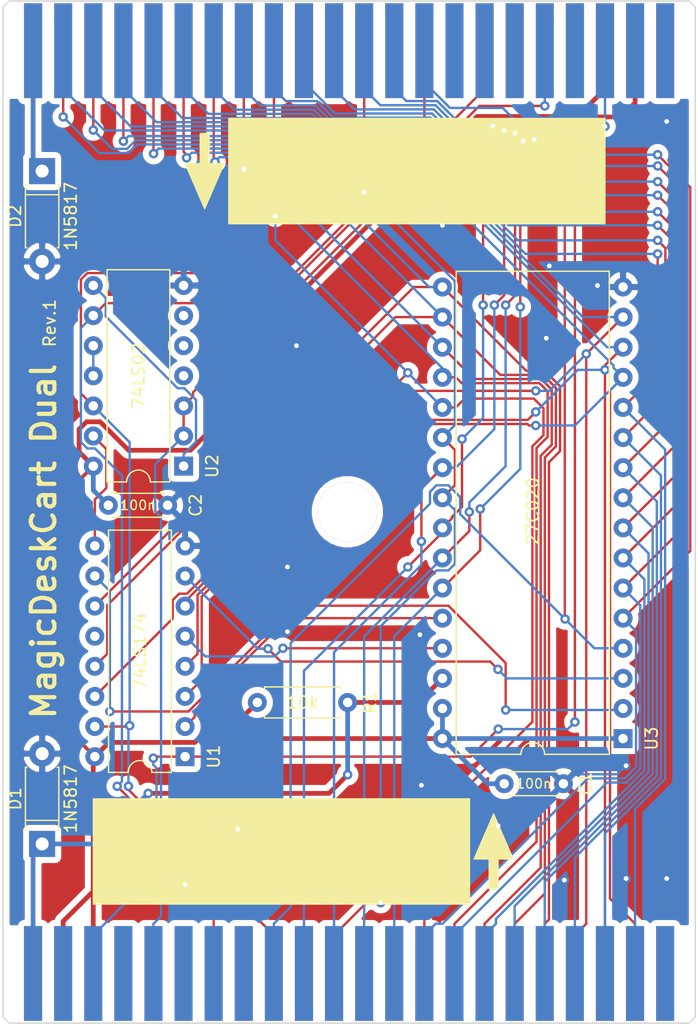
<source format=kicad_pcb>
(kicad_pcb (version 20171130) (host pcbnew "(5.1.0)-1")
  (layers (0 F.Cu signal) (31 B.Cu signal) (34 B.Paste user) (35 F.Paste user) (36 B.SilkS user) (37 F.SilkS user) (38 B.Mask user) (39 F.Mask user) (44 Edge.Cuts user))
  (net 0 "")
  (net 1 +5V)
  (net 2 GND1)
  (net 3 GND0)
  (net 4 RESET)
  (net 5 /EN)
  (net 6 /S13)
  (net 7 /S16)
  (net 8 /D0)
  (net 9 /D3)
  (net 10 /D1)
  (net 11 /S17)
  (net 12 /S14)
  (net 13 /D4)
  (net 14 /D2)
  (net 15 /D7)
  (net 16 /S15)
  (net 17 EXROM)
  (net 18 "Net-(U2-Pad1)")
  (net 19 PHI2)
  (net 20 IO1)
  (net 21 "Net-(U2-Pad10)")
  (net 22 /D5)
  (net 23 /A12)
  (net 24 /D6)
  (net 25 /A7)
  (net 26 /A6)
  (net 27 ROML)
  (net 28 /A5)
  (net 29 /A10)
  (net 30 /A4)
  (net 31 /A3)
  (net 32 /A11)
  (net 33 /A2)
  (net 34 /A9)
  (net 35 /A1)
  (net 36 /A8)
  (net 37 /A0)
  (net 38 "Net-(U4-Pad4)")
  (net 39 "Net-(U4-Pad5)")
  (net 40 "Net-(U4-Pad6)")
  (net 41 "Net-(U4-Pad8)")
  (net 42 "Net-(U4-Pad10)")
  (net 43 "Net-(U4-Pad13)")
  (net 44 "Net-(U4-Pad12)")
  (net 45 "Net-(U4-PadF)")
  (net 46 "Net-(U4-PadH)")
  (net 47 "Net-(U4-PadJ)")
  (net 48 "Net-(U4-PadB)")
  (net 49 "Net-(U4-PadD)")
  (net 50 "Net-(U5-PadD)")
  (net 51 "Net-(U5-PadB)")
  (net 52 "Net-(U5-PadJ)")
  (net 53 "Net-(U5-PadH)")
  (net 54 "Net-(U5-PadF)")
  (net 55 "Net-(U5-Pad12)")
  (net 56 "Net-(U5-Pad13)")
  (net 57 "Net-(U5-Pad10)")
  (net 58 "Net-(U5-Pad8)")
  (net 59 "Net-(U5-Pad6)")
  (net 60 "Net-(U5-Pad5)")
  (net 61 "Net-(U5-Pad4)")
  (net 62 GND)
  (net 63 "Net-(U4-Pad22)")
  (net 64 "Net-(U4-PadZ)")
  (net 65 "Net-(U5-PadA)")
  (net 66 "Net-(U5-Pad1)")
  (module Logo:bigby2 (layer F.Cu) (at 88.519 76.708 90)
    (fp_text reference G*** hide)
    (fp_text value LOGO hide)
    (fp_poly (pts (xy -0.011485 -1.728467) (xy 0.113732 -1.717124) (xy 0.194843 -1.687923) (xy 0.241542 -1.632439) (xy 0.263521 -1.542246) (xy 0.270474 -1.408921) (xy 0.271308 -1.328994) (xy 0.273257 -1.04049) (xy 0.168379 -0.956808) (xy 0.105032 -0.892095) (xy 0.067481 -0.826879) (xy 0.062385 -0.77734) (xy 0.087312 -0.759744) (xy 0.127711 -0.756134) (xy 0.215607 -0.74839) (xy 0.335236 -0.737898) (xy 0.394892 -0.732679) (xy 0.531508 -0.719487) (xy 0.621502 -0.704831) (xy 0.681588 -0.682684) (xy 0.728481 -0.647018) (xy 0.775892 -0.595287) (xy 0.854874 -0.518356) (xy 0.944952 -0.451548) (xy 1.029404 -0.405121) (xy 1.09151 -0.389332) (xy 1.105316 -0.393209) (xy 1.115338 -0.429014) (xy 1.124376 -0.514977) (xy 1.131371 -0.637757) (xy 1.13502 -0.76718) (xy 1.139106 -0.928835) (xy 1.146403 -1.038611) (xy 1.158673 -1.108111) (xy 1.177674 -1.14894) (xy 1.195579 -1.166425) (xy 1.29101 -1.202114) (xy 1.400648 -1.196807) (xy 1.475118 -1.16372) (xy 1.488952 -1.150785) (xy 1.500416 -1.130319) (xy 1.509731 -1.096728) (xy 1.517116 -1.04442) (xy 1.522788 -0.9678) (xy 1.526969 -0.861275) (xy 1.529876 -0.71925) (xy 1.531729 -0.536133) (xy 1.532746 -0.306329) (xy 1.533148 -0.024245) (xy 1.533153 0.315712) (xy 1.533153 0.317844) (xy 1.532922 0.658253) (xy 1.532326 0.940751) (xy 1.531144 1.170927) (xy 1.529156 1.354371) (xy 1.52614 1.496672) (xy 1.521875 1.603419) (xy 1.516141 1.680201) (xy 1.508718 1.732606) (xy 1.499384 1.766226) (xy 1.487919 1.786647) (xy 1.474647 1.799064) (xy 1.376472 1.836684) (xy 1.265456 1.831892) (xy 1.193094 1.799607) (xy 1.175112 1.781995) (xy 1.1613 1.753588) (xy 1.151101 1.706603) (xy 1.14396 1.633257) (xy 1.139323 1.525767) (xy 1.136633 1.37635) (xy 1.135335 1.177223) (xy 1.134934 0.984675) (xy 1.134065 0.211637) (xy 0.979782 0.062148) (xy 0.901816 -0.017658) (xy 0.846345 -0.082572) (xy 0.825499 -0.118224) (xy 0.799146 -0.148761) (xy 0.732681 -0.189721) (xy 0.696557 -0.207251) (xy 0.613805 -0.241662) (xy 0.55975 -0.248672) (xy 0.505771 -0.22821) (xy 0.468235 -0.206692) (xy 0.396192 -0.15478) (xy 0.300546 -0.073678) (xy 0.201272 0.019618) (xy 0.19561 0.025259) (xy 0.022365 0.198504) (xy 0.14612 0.3024) (xy 0.221538 0.372494) (xy 0.258266 0.434497) (xy 0.270015 0.516179) (xy 0.270766 0.55481) (xy 0.276486 0.647599) (xy 0.301118 0.711947) (xy 0.35795 0.773886) (xy 0.401734 0.811372) (xy 0.531811 0.919421) (xy 0.518782 1.176497) (xy 0.505754 1.433573) (xy 0.798146 1.702035) (xy 0.735253 1.779705) (xy 0.694397 1.821324) (xy 0.644378 1.844797) (xy 0.566817 1.855141) (xy 0.450638 1.857375) (xy 0.297496 1.851301) (xy 0.197085 1.826154) (xy 0.139611 1.771549) (xy 0.11528 1.6771) (xy 0.114298 1.532418) (xy 0.115741 1.502222) (xy 0.117859 1.346848) (xy 0.100457 1.238092) (xy 0.056678 1.160347) (xy -0.020335 1.098007) (xy -0.075669 1.066562) (xy -0.152049 1.029637) (xy -0.205195 1.023113) (xy -0.267621 1.046992) (xy -0.305332 1.066562) (xy -0.402294 1.127059) (xy -0.462465 1.194861) (xy -0.492699 1.285576) (xy -0.499855 1.414809) (xy -0.496742 1.502222) (xy -0.492373 1.63025) (xy -0.497412 1.711576) (xy -0.514532 1.762642) (xy -0.544891 1.798527) (xy -0.615745 1.832954) (xy -0.725524 1.856221) (xy -0.850294 1.866168) (xy -0.966123 1.860635) (xy -1.037737 1.842993) (xy -1.107556 1.793603) (xy -1.139614 1.752578) (xy -1.150671 1.711431) (xy -1.131349 1.666613) (xy -1.0735 1.604152) (xy -1.029397 1.563569) (xy -0.886666 1.435314) (xy -0.899789 1.176378) (xy -0.912912 0.917443) (xy -0.793004 0.821082) (xy -0.704937 0.7312) (xy -0.659639 0.643046) (xy -0.661706 0.568683) (xy -0.685037 0.537748) (xy -0.742867 0.520353) (xy -0.789634 0.537546) (xy -0.90009 0.569107) (xy -1.015232 0.559689) (xy -1.107263 0.511844) (xy -1.11125 0.508) (xy -1.157841 0.451438) (xy -1.17475 0.413565) (xy -1.200203 0.379535) (xy -1.262383 0.337448) (xy -1.271377 0.332663) (xy -1.350006 0.274409) (xy -1.403716 0.204314) (xy -1.403829 0.204068) (xy -1.454851 0.13485) (xy -1.533039 0.068093) (xy -1.545327 0.06013) (xy -1.613576 0.004066) (xy -1.649417 -0.052464) (xy -1.651 -0.0635) (xy -1.649159 -0.067395) (xy -1.237666 -0.067395) (xy -1.21517 -0.004673) (xy -1.141624 0.048336) (xy -1.062668 0.107176) (xy -1.008449 0.17852) (xy -1.008424 0.178574) (xy -0.954971 0.24511) (xy -0.867178 0.312438) (xy -0.771491 0.362989) (xy -0.705807 0.379596) (xy -0.656443 0.364494) (xy -0.578184 0.324688) (xy -0.53912 0.301226) (xy -0.464733 0.251149) (xy -0.419317 0.214564) (xy -0.41275 0.205286) (xy -0.43488 0.171195) (xy -0.492715 0.108258) (xy -0.57342 0.028572) (xy -0.664165 -0.055766) (xy -0.752115 -0.132658) (xy -0.824438 -0.190008) (xy -0.850696 -0.207554) (xy -0.913247 -0.241447) (xy -0.961408 -0.250082) (xy -1.020442 -0.232418) (xy -1.094894 -0.197474) (xy -1.197469 -0.132211) (xy -1.237666 -0.067395) (xy -1.649159 -0.067395) (xy -1.625844 -0.116715) (xy -1.563551 -0.174994) (xy -1.545327 -0.187131) (xy -1.465273 -0.251521) (xy -1.407673 -0.323668) (xy -1.40292 -0.333063) (xy -1.349062 -0.406423) (xy -1.293916 -0.446614) (xy -1.227193 -0.497303) (xy -1.167951 -0.573103) (xy -1.167761 -0.573433) (xy -1.09407 -0.659684) (xy -0.986869 -0.710192) (xy -0.834991 -0.729664) (xy -0.795652 -0.730251) (xy -0.620132 -0.738307) (xy -0.505713 -0.762691) (xy -0.452045 -0.803723) (xy -0.458779 -0.861724) (xy -0.525567 -0.937016) (xy -0.54938 -0.956808) (xy -0.654258 -1.04049) (xy -0.652309 -1.328994) (xy -0.649069 -1.485493) (xy -0.635357 -1.594901) (xy -0.601479 -1.665643) (xy -0.537743 -1.706143) (xy -0.434455 -1.724827) (xy -0.281922 -1.730119) (xy -0.1905 -1.730375) (xy -0.011485 -1.728467)) (layer F.Cu) (width 0.01))
  )
  (module MagicDeskCartDual:C64-Cart-NoSilkS (layer F.Cu) (at 135.636 57.785 180)
    (fp_text reference U5 hide)
    (fp_text value C64-Exp-Port hide)
    (pad N smd rect (at 30.48 -3.938274 180) (size 1.524 8) (layers B.Cu B.Paste B.Mask) (net 34 /A9))
    (pad P smd rect (at 33.02 -3.938274 180) (size 1.524 8) (layers B.Cu B.Paste B.Mask) (net 36 /A8))
    (pad T smd rect (at 40.64 -3.938274 180) (size 1.524 8) (layers B.Cu B.Paste B.Mask) (net 28 /A5))
    (pad S smd rect (at 38.1 -3.938274 180) (size 1.524 8) (layers B.Cu B.Paste B.Mask) (net 26 /A6))
    (pad R smd rect (at 35.56 -3.938274 180) (size 1.524 8) (layers B.Cu B.Paste B.Mask) (net 25 /A7))
    (pad Z smd rect (at 55.88 -3.938274 180) (size 1.524 8) (layers B.Cu B.Paste B.Mask) (net 2 GND1))
    (pad Y smd rect (at 53.34 -3.938274 180) (size 1.524 8) (layers B.Cu B.Paste B.Mask) (net 37 /A0))
    (pad X smd rect (at 50.8 -3.938274 180) (size 1.524 8) (layers B.Cu B.Paste B.Mask) (net 35 /A1))
    (pad W smd rect (at 48.26 -3.938274 180) (size 1.524 8) (layers B.Cu B.Paste B.Mask) (net 33 /A2))
    (pad V smd rect (at 45.72 -3.938274 180) (size 1.524 8) (layers B.Cu B.Paste B.Mask) (net 31 /A3))
    (pad U smd rect (at 43.18 -3.938274 180) (size 1.524 8) (layers B.Cu B.Paste B.Mask) (net 30 /A4))
    (pad A smd rect (at 2.54 -3.938274 180) (size 1.524 8) (layers B.Cu B.Paste B.Mask) (net 65 "Net-(U5-PadA)"))
    (pad E smd rect (at 12.7 -3.938274 180) (size 1.524 8) (layers B.Cu B.Paste B.Mask) (net 19 PHI2))
    (pad D smd rect (at 10.16 -3.938274 180) (size 1.524 8) (layers B.Cu B.Paste B.Mask) (net 50 "Net-(U5-PadD)"))
    (pad C smd rect (at 7.62 -3.938274 180) (size 1.524 8) (layers B.Cu B.Paste B.Mask) (net 4 RESET))
    (pad B smd rect (at 5.08 -3.938274 180) (size 1.524 8) (layers B.Cu B.Paste B.Mask) (net 51 "Net-(U5-PadB)"))
    (pad M smd rect (at 27.94 -3.938274 180) (size 1.524 8) (layers B.Cu B.Paste B.Mask) (net 29 /A10))
    (pad L smd rect (at 25.4 -3.938274 180) (size 1.524 8) (layers B.Cu B.Paste B.Mask) (net 32 /A11))
    (pad K smd rect (at 22.86 -3.938274 180) (size 1.524 8) (layers B.Cu B.Paste B.Mask) (net 23 /A12))
    (pad J smd rect (at 20.32 -3.938274 180) (size 1.524 8) (layers B.Cu B.Paste B.Mask) (net 52 "Net-(U5-PadJ)"))
    (pad H smd rect (at 17.78 -3.938274 180) (size 1.524 8) (layers B.Cu B.Paste B.Mask) (net 53 "Net-(U5-PadH)"))
    (pad F smd rect (at 15.24 -3.938274 180) (size 1.524 8) (layers B.Cu B.Paste B.Mask) (net 54 "Net-(U5-PadF)"))
    (pad 22 smd rect (at 55.88 -3.938274) (size 1.524 8) (layers F.Cu F.Paste F.Mask) (net 2 GND1))
    (pad 21 smd rect (at 53.34 -3.938274) (size 1.524 8) (layers F.Cu F.Paste F.Mask) (net 8 /D0))
    (pad 20 smd rect (at 50.8 -3.938274) (size 1.524 8) (layers F.Cu F.Paste F.Mask) (net 10 /D1))
    (pad 19 smd rect (at 48.26 -3.938274) (size 1.524 8) (layers F.Cu F.Paste F.Mask) (net 14 /D2))
    (pad 18 smd rect (at 45.72 -3.938274) (size 1.524 8) (layers F.Cu F.Paste F.Mask) (net 9 /D3))
    (pad 17 smd rect (at 43.18 -3.938274) (size 1.524 8) (layers F.Cu F.Paste F.Mask) (net 13 /D4))
    (pad 16 smd rect (at 40.64 -3.938274) (size 1.524 8) (layers F.Cu F.Paste F.Mask) (net 22 /D5))
    (pad 15 smd rect (at 38.1 -3.938274) (size 1.524 8) (layers F.Cu F.Paste F.Mask) (net 24 /D6))
    (pad 3 smd rect (at 7.62 -3.938274) (size 1.524 8) (layers F.Cu F.Paste F.Mask) (net 1 +5V))
    (pad 2 smd rect (at 5.08 -3.938274) (size 1.524 8) (layers F.Cu F.Paste F.Mask) (net 1 +5V))
    (pad 12 smd rect (at 30.48 -3.938274) (size 1.524 8) (layers F.Cu F.Paste F.Mask) (net 55 "Net-(U5-Pad12)"))
    (pad 14 smd rect (at 35.56 -3.938274) (size 1.524 8) (layers F.Cu F.Paste F.Mask) (net 15 /D7))
    (pad 13 smd rect (at 33.02 -3.938274) (size 1.524 8) (layers F.Cu F.Paste F.Mask) (net 56 "Net-(U5-Pad13)"))
    (pad 11 smd rect (at 27.94 -3.938274) (size 1.524 8) (layers F.Cu F.Paste F.Mask) (net 27 ROML))
    (pad 10 smd rect (at 25.4 -3.938274) (size 1.524 8) (layers F.Cu F.Paste F.Mask) (net 57 "Net-(U5-Pad10)"))
    (pad 9 smd rect (at 22.86 -3.938274) (size 1.524 8) (layers F.Cu F.Paste F.Mask) (net 17 EXROM))
    (pad 8 smd rect (at 20.32 -3.938274) (size 1.524 8) (layers F.Cu F.Paste F.Mask) (net 58 "Net-(U5-Pad8)"))
    (pad 7 smd rect (at 17.78 -3.938274) (size 1.524 8) (layers F.Cu F.Paste F.Mask) (net 20 IO1))
    (pad 6 smd rect (at 15.24 -3.938274) (size 1.524 8) (layers F.Cu F.Paste F.Mask) (net 59 "Net-(U5-Pad6)"))
    (pad 5 smd rect (at 12.7 -3.938274) (size 1.524 8) (layers F.Cu F.Paste F.Mask) (net 60 "Net-(U5-Pad5)"))
    (pad 4 smd rect (at 10.16 -3.938274) (size 1.524 8) (layers F.Cu F.Paste F.Mask) (net 61 "Net-(U5-Pad4)"))
    (pad 1 smd rect (at 2.54 -3.938274) (size 1.524 8) (layers F.Cu F.Paste F.Mask) (net 66 "Net-(U5-Pad1)"))
  )
  (module MagicDeskCartDual:C64-Cart-NoSilkS (layer F.Cu) (at 77.212 143.521001)
    (fp_text reference U4 hide)
    (fp_text value C64-Exp-Port hide)
    (pad 1 smd rect (at 2.54 -3.938274 180) (size 1.524 8) (layers F.Cu F.Paste F.Mask) (net 3 GND0))
    (pad 4 smd rect (at 10.16 -3.938274 180) (size 1.524 8) (layers F.Cu F.Paste F.Mask) (net 38 "Net-(U4-Pad4)"))
    (pad 5 smd rect (at 12.7 -3.938274 180) (size 1.524 8) (layers F.Cu F.Paste F.Mask) (net 39 "Net-(U4-Pad5)"))
    (pad 6 smd rect (at 15.24 -3.938274 180) (size 1.524 8) (layers F.Cu F.Paste F.Mask) (net 40 "Net-(U4-Pad6)"))
    (pad 7 smd rect (at 17.78 -3.938274 180) (size 1.524 8) (layers F.Cu F.Paste F.Mask) (net 20 IO1))
    (pad 8 smd rect (at 20.32 -3.938274 180) (size 1.524 8) (layers F.Cu F.Paste F.Mask) (net 41 "Net-(U4-Pad8)"))
    (pad 9 smd rect (at 22.86 -3.938274 180) (size 1.524 8) (layers F.Cu F.Paste F.Mask) (net 17 EXROM))
    (pad 10 smd rect (at 25.4 -3.938274 180) (size 1.524 8) (layers F.Cu F.Paste F.Mask) (net 42 "Net-(U4-Pad10)"))
    (pad 11 smd rect (at 27.94 -3.938274 180) (size 1.524 8) (layers F.Cu F.Paste F.Mask) (net 27 ROML))
    (pad 13 smd rect (at 33.02 -3.938274 180) (size 1.524 8) (layers F.Cu F.Paste F.Mask) (net 43 "Net-(U4-Pad13)"))
    (pad 14 smd rect (at 35.56 -3.938274 180) (size 1.524 8) (layers F.Cu F.Paste F.Mask) (net 15 /D7))
    (pad 12 smd rect (at 30.48 -3.938274 180) (size 1.524 8) (layers F.Cu F.Paste F.Mask) (net 44 "Net-(U4-Pad12)"))
    (pad 2 smd rect (at 5.08 -3.938274 180) (size 1.524 8) (layers F.Cu F.Paste F.Mask) (net 1 +5V))
    (pad 3 smd rect (at 7.62 -3.938274 180) (size 1.524 8) (layers F.Cu F.Paste F.Mask) (net 1 +5V))
    (pad 15 smd rect (at 38.1 -3.938274 180) (size 1.524 8) (layers F.Cu F.Paste F.Mask) (net 24 /D6))
    (pad 16 smd rect (at 40.64 -3.938274 180) (size 1.524 8) (layers F.Cu F.Paste F.Mask) (net 22 /D5))
    (pad 17 smd rect (at 43.18 -3.938274 180) (size 1.524 8) (layers F.Cu F.Paste F.Mask) (net 13 /D4))
    (pad 18 smd rect (at 45.72 -3.938274 180) (size 1.524 8) (layers F.Cu F.Paste F.Mask) (net 9 /D3))
    (pad 19 smd rect (at 48.26 -3.938274 180) (size 1.524 8) (layers F.Cu F.Paste F.Mask) (net 14 /D2))
    (pad 20 smd rect (at 50.8 -3.938274 180) (size 1.524 8) (layers F.Cu F.Paste F.Mask) (net 10 /D1))
    (pad 21 smd rect (at 53.34 -3.938274 180) (size 1.524 8) (layers F.Cu F.Paste F.Mask) (net 8 /D0))
    (pad 22 smd rect (at 55.88 -3.938274 180) (size 1.524 8) (layers F.Cu F.Paste F.Mask) (net 63 "Net-(U4-Pad22)"))
    (pad F smd rect (at 15.24 -3.938274) (size 1.524 8) (layers B.Cu B.Paste B.Mask) (net 45 "Net-(U4-PadF)"))
    (pad H smd rect (at 17.78 -3.938274) (size 1.524 8) (layers B.Cu B.Paste B.Mask) (net 46 "Net-(U4-PadH)"))
    (pad J smd rect (at 20.32 -3.938274) (size 1.524 8) (layers B.Cu B.Paste B.Mask) (net 47 "Net-(U4-PadJ)"))
    (pad K smd rect (at 22.86 -3.938274) (size 1.524 8) (layers B.Cu B.Paste B.Mask) (net 23 /A12))
    (pad L smd rect (at 25.4 -3.938274) (size 1.524 8) (layers B.Cu B.Paste B.Mask) (net 32 /A11))
    (pad M smd rect (at 27.94 -3.938274) (size 1.524 8) (layers B.Cu B.Paste B.Mask) (net 29 /A10))
    (pad B smd rect (at 5.08 -3.938274) (size 1.524 8) (layers B.Cu B.Paste B.Mask) (net 48 "Net-(U4-PadB)"))
    (pad C smd rect (at 7.62 -3.938274) (size 1.524 8) (layers B.Cu B.Paste B.Mask) (net 4 RESET))
    (pad D smd rect (at 10.16 -3.938274) (size 1.524 8) (layers B.Cu B.Paste B.Mask) (net 49 "Net-(U4-PadD)"))
    (pad E smd rect (at 12.7 -3.938274) (size 1.524 8) (layers B.Cu B.Paste B.Mask) (net 19 PHI2))
    (pad A smd rect (at 2.54 -3.938274) (size 1.524 8) (layers B.Cu B.Paste B.Mask) (net 3 GND0))
    (pad U smd rect (at 43.18 -3.938274) (size 1.524 8) (layers B.Cu B.Paste B.Mask) (net 30 /A4))
    (pad V smd rect (at 45.72 -3.938274) (size 1.524 8) (layers B.Cu B.Paste B.Mask) (net 31 /A3))
    (pad W smd rect (at 48.26 -3.938274) (size 1.524 8) (layers B.Cu B.Paste B.Mask) (net 33 /A2))
    (pad X smd rect (at 50.8 -3.938274) (size 1.524 8) (layers B.Cu B.Paste B.Mask) (net 35 /A1))
    (pad Y smd rect (at 53.34 -3.938274) (size 1.524 8) (layers B.Cu B.Paste B.Mask) (net 37 /A0))
    (pad Z smd rect (at 55.88 -3.938274) (size 1.524 8) (layers B.Cu B.Paste B.Mask) (net 64 "Net-(U4-PadZ)"))
    (pad R smd rect (at 35.56 -3.938274) (size 1.524 8) (layers B.Cu B.Paste B.Mask) (net 25 /A7))
    (pad S smd rect (at 38.1 -3.938274) (size 1.524 8) (layers B.Cu B.Paste B.Mask) (net 26 /A6))
    (pad T smd rect (at 40.64 -3.938274) (size 1.524 8) (layers B.Cu B.Paste B.Mask) (net 28 /A5))
    (pad P smd rect (at 33.02 -3.938274) (size 1.524 8) (layers B.Cu B.Paste B.Mask) (net 36 /A8))
    (pad N smd rect (at 30.48 -3.938274) (size 1.524 8) (layers B.Cu B.Paste B.Mask) (net 34 /A9))
    (pad 0 thru_hole circle (at 29.0627 -42.8954) (size 5 5) (drill 5) (layers *.Cu *.Mask))
  )
  (module Capacitors_THT:C_Disc_D4.3mm_W1.9mm_P5.00mm (layer F.Cu) (at 119.507 123.571)
    (fp_text reference C1 (at 6.858 0 90) (layer F.SilkS))
    (fp_text value 100n (at 2.5 0) (layer F.SilkS) (effects (font (size 0.8 0.8) (thickness 0.12))))
    (pad 1 thru_hole circle (at 0 0) (size 1.6 1.6) (drill 0.8) (layers *.Cu *.Mask) (net 1 +5V))
    (pad 2 thru_hole circle (at 5 0) (size 1.6 1.6) (drill 0.8) (layers *.Cu *.Mask) (net 62 GND))
  )
  (module Diodes_THT:D_DO-41_SOD81_P7.62mm_Horizontal (layer F.Cu) (at 80.518 128.651 90)
    (fp_text reference D1 (at 3.81 -2.286 90) (layer F.SilkS))
    (fp_text value 1N5817 (at 3.81 2.41 90) (layer F.SilkS))
    (pad 1 thru_hole rect (at 0 0 90) (size 2.2 2.2) (drill 1.1) (layers *.Cu *.Mask) (net 3 GND0))
    (pad 2 thru_hole oval (at 7.62 0 90) (size 2.2 2.2) (drill 1.1) (layers *.Cu *.Mask) (net 62 GND))
  )
  (module Resistors_THT:R_Axial_DIN0207_L6.3mm_D2.5mm_P7.62mm_Horizontal (layer F.Cu) (at 98.679 116.713)
    (fp_text reference R1 (at 9.525 0 90) (layer F.SilkS))
    (fp_text value 10k (at 3.81 0) (layer F.SilkS))
    (pad 1 thru_hole circle (at 0 0) (size 1.6 1.6) (drill 0.8) (layers *.Cu *.Mask) (net 1 +5V))
    (pad 2 thru_hole oval (at 7.62 0) (size 1.6 1.6) (drill 0.8) (layers *.Cu *.Mask) (net 3 GND0))
  )
  (module Housings_DIP:DIP-16_W7.62mm (layer F.Cu) (at 92.583 121.285 180)
    (fp_text reference U1 (at -2.413 0 270) (layer F.SilkS))
    (fp_text value 74LS174 (at 3.81 8.89 270) (layer F.SilkS))
    (pad 1 thru_hole rect (at 0 0 180) (size 1.6 1.6) (drill 0.8) (layers *.Cu *.Mask) (net 4 RESET))
    (pad 9 thru_hole oval (at 7.62 17.78 180) (size 1.6 1.6) (drill 0.8) (layers *.Cu *.Mask) (net 5 /EN))
    (pad 2 thru_hole oval (at 0 2.54 180) (size 1.6 1.6) (drill 0.8) (layers *.Cu *.Mask) (net 6 /S13))
    (pad 10 thru_hole oval (at 7.62 15.24 180) (size 1.6 1.6) (drill 0.8) (layers *.Cu *.Mask) (net 7 /S16))
    (pad 3 thru_hole oval (at 0 5.08 180) (size 1.6 1.6) (drill 0.8) (layers *.Cu *.Mask) (net 8 /D0))
    (pad 11 thru_hole oval (at 7.62 12.7 180) (size 1.6 1.6) (drill 0.8) (layers *.Cu *.Mask) (net 9 /D3))
    (pad 4 thru_hole oval (at 0 7.62 180) (size 1.6 1.6) (drill 0.8) (layers *.Cu *.Mask) (net 10 /D1))
    (pad 12 thru_hole oval (at 7.62 10.16 180) (size 1.6 1.6) (drill 0.8) (layers *.Cu *.Mask) (net 11 /S17))
    (pad 5 thru_hole oval (at 0 10.16 180) (size 1.6 1.6) (drill 0.8) (layers *.Cu *.Mask) (net 12 /S14))
    (pad 13 thru_hole oval (at 7.62 7.62 180) (size 1.6 1.6) (drill 0.8) (layers *.Cu *.Mask) (net 13 /D4))
    (pad 6 thru_hole oval (at 0 12.7 180) (size 1.6 1.6) (drill 0.8) (layers *.Cu *.Mask) (net 14 /D2))
    (pad 14 thru_hole oval (at 7.62 5.08 180) (size 1.6 1.6) (drill 0.8) (layers *.Cu *.Mask) (net 15 /D7))
    (pad 7 thru_hole oval (at 0 15.24 180) (size 1.6 1.6) (drill 0.8) (layers *.Cu *.Mask) (net 16 /S15))
    (pad 15 thru_hole oval (at 7.62 2.54 180) (size 1.6 1.6) (drill 0.8) (layers *.Cu *.Mask) (net 17 EXROM))
    (pad 8 thru_hole oval (at 0 17.78 180) (size 1.6 1.6) (drill 0.8) (layers *.Cu *.Mask) (net 62 GND))
    (pad 16 thru_hole oval (at 7.62 0 180) (size 1.6 1.6) (drill 0.8) (layers *.Cu *.Mask) (net 1 +5V))
  )
  (module Housings_DIP:DIP-14_W7.62mm (layer F.Cu) (at 92.456 96.774 180)
    (fp_text reference U2 (at -2.413 0 270) (layer F.SilkS))
    (fp_text value 74LS02 (at 3.81 7.62 270) (layer F.SilkS))
    (pad 1 thru_hole rect (at 0 0 180) (size 1.6 1.6) (drill 0.8) (layers *.Cu *.Mask) (net 18 "Net-(U2-Pad1)"))
    (pad 8 thru_hole oval (at 7.62 15.24 180) (size 1.6 1.6) (drill 0.8) (layers *.Cu *.Mask) (net 18 "Net-(U2-Pad1)"))
    (pad 2 thru_hole oval (at 0 2.54 180) (size 1.6 1.6) (drill 0.8) (layers *.Cu *.Mask) (net 19 PHI2))
    (pad 9 thru_hole oval (at 7.62 12.7 180) (size 1.6 1.6) (drill 0.8) (layers *.Cu *.Mask) (net 20 IO1))
    (pad 3 thru_hole oval (at 0 5.08 180) (size 1.6 1.6) (drill 0.8) (layers *.Cu *.Mask) (net 19 PHI2))
    (pad 10 thru_hole oval (at 7.62 10.16 180) (size 1.6 1.6) (drill 0.8) (layers *.Cu *.Mask) (net 21 "Net-(U2-Pad10)"))
    (pad 4 thru_hole oval (at 0 7.62 180) (size 1.6 1.6) (drill 0.8) (layers *.Cu *.Mask))
    (pad 11 thru_hole oval (at 7.62 7.62 180) (size 1.6 1.6) (drill 0.8) (layers *.Cu *.Mask) (net 21 "Net-(U2-Pad10)"))
    (pad 5 thru_hole oval (at 0 10.16 180) (size 1.6 1.6) (drill 0.8) (layers *.Cu *.Mask))
    (pad 12 thru_hole oval (at 7.62 5.08 180) (size 1.6 1.6) (drill 0.8) (layers *.Cu *.Mask) (net 17 EXROM))
    (pad 6 thru_hole oval (at 0 12.7 180) (size 1.6 1.6) (drill 0.8) (layers *.Cu *.Mask))
    (pad 13 thru_hole oval (at 7.62 2.54 180) (size 1.6 1.6) (drill 0.8) (layers *.Cu *.Mask) (net 5 /EN))
    (pad 7 thru_hole oval (at 0 15.24 180) (size 1.6 1.6) (drill 0.8) (layers *.Cu *.Mask) (net 62 GND))
    (pad 14 thru_hole oval (at 7.62 0 180) (size 1.6 1.6) (drill 0.8) (layers *.Cu *.Mask) (net 1 +5V))
  )
  (module Housings_DIP:DIP-32_W15.24mm (layer F.Cu) (at 129.54 119.761 180)
    (fp_text reference U3 (at -2.413 0 270) (layer F.SilkS))
    (fp_text value 27C020 (at 7.62 19.177 270) (layer F.SilkS))
    (pad 1 thru_hole rect (at 0 0 180) (size 1.6 1.6) (drill 0.8) (layers *.Cu *.Mask) (net 1 +5V))
    (pad 17 thru_hole oval (at 15.24 38.1 180) (size 1.6 1.6) (drill 0.8) (layers *.Cu *.Mask) (net 9 /D3))
    (pad 2 thru_hole oval (at 0 2.54 180) (size 1.6 1.6) (drill 0.8) (layers *.Cu *.Mask) (net 7 /S16))
    (pad 18 thru_hole oval (at 15.24 35.56 180) (size 1.6 1.6) (drill 0.8) (layers *.Cu *.Mask) (net 13 /D4))
    (pad 3 thru_hole oval (at 0 5.08 180) (size 1.6 1.6) (drill 0.8) (layers *.Cu *.Mask) (net 16 /S15))
    (pad 19 thru_hole oval (at 15.24 33.02 180) (size 1.6 1.6) (drill 0.8) (layers *.Cu *.Mask) (net 22 /D5))
    (pad 4 thru_hole oval (at 0 7.62 180) (size 1.6 1.6) (drill 0.8) (layers *.Cu *.Mask) (net 23 /A12))
    (pad 20 thru_hole oval (at 15.24 30.48 180) (size 1.6 1.6) (drill 0.8) (layers *.Cu *.Mask) (net 24 /D6))
    (pad 5 thru_hole oval (at 0 10.16 180) (size 1.6 1.6) (drill 0.8) (layers *.Cu *.Mask) (net 25 /A7))
    (pad 21 thru_hole oval (at 15.24 27.94 180) (size 1.6 1.6) (drill 0.8) (layers *.Cu *.Mask) (net 15 /D7))
    (pad 6 thru_hole oval (at 0 12.7 180) (size 1.6 1.6) (drill 0.8) (layers *.Cu *.Mask) (net 26 /A6))
    (pad 22 thru_hole oval (at 15.24 25.4 180) (size 1.6 1.6) (drill 0.8) (layers *.Cu *.Mask) (net 27 ROML))
    (pad 7 thru_hole oval (at 0 15.24 180) (size 1.6 1.6) (drill 0.8) (layers *.Cu *.Mask) (net 28 /A5))
    (pad 23 thru_hole oval (at 15.24 22.86 180) (size 1.6 1.6) (drill 0.8) (layers *.Cu *.Mask) (net 29 /A10))
    (pad 8 thru_hole oval (at 0 17.78 180) (size 1.6 1.6) (drill 0.8) (layers *.Cu *.Mask) (net 30 /A4))
    (pad 24 thru_hole oval (at 15.24 20.32 180) (size 1.6 1.6) (drill 0.8) (layers *.Cu *.Mask) (net 27 ROML))
    (pad 9 thru_hole oval (at 0 20.32 180) (size 1.6 1.6) (drill 0.8) (layers *.Cu *.Mask) (net 31 /A3))
    (pad 25 thru_hole oval (at 15.24 17.78 180) (size 1.6 1.6) (drill 0.8) (layers *.Cu *.Mask) (net 32 /A11))
    (pad 10 thru_hole oval (at 0 22.86 180) (size 1.6 1.6) (drill 0.8) (layers *.Cu *.Mask) (net 33 /A2))
    (pad 26 thru_hole oval (at 15.24 15.24 180) (size 1.6 1.6) (drill 0.8) (layers *.Cu *.Mask) (net 34 /A9))
    (pad 11 thru_hole oval (at 0 25.4 180) (size 1.6 1.6) (drill 0.8) (layers *.Cu *.Mask) (net 35 /A1))
    (pad 27 thru_hole oval (at 15.24 12.7 180) (size 1.6 1.6) (drill 0.8) (layers *.Cu *.Mask) (net 36 /A8))
    (pad 12 thru_hole oval (at 0 27.94 180) (size 1.6 1.6) (drill 0.8) (layers *.Cu *.Mask) (net 37 /A0))
    (pad 28 thru_hole oval (at 15.24 10.16 180) (size 1.6 1.6) (drill 0.8) (layers *.Cu *.Mask) (net 6 /S13))
    (pad 13 thru_hole oval (at 0 30.48 180) (size 1.6 1.6) (drill 0.8) (layers *.Cu *.Mask) (net 8 /D0))
    (pad 29 thru_hole oval (at 15.24 7.62 180) (size 1.6 1.6) (drill 0.8) (layers *.Cu *.Mask) (net 12 /S14))
    (pad 14 thru_hole oval (at 0 33.02 180) (size 1.6 1.6) (drill 0.8) (layers *.Cu *.Mask) (net 10 /D1))
    (pad 30 thru_hole oval (at 15.24 5.08 180) (size 1.6 1.6) (drill 0.8) (layers *.Cu *.Mask) (net 3 GND0))
    (pad 15 thru_hole oval (at 0 35.56 180) (size 1.6 1.6) (drill 0.8) (layers *.Cu *.Mask) (net 14 /D2))
    (pad 31 thru_hole oval (at 15.24 2.54 180) (size 1.6 1.6) (drill 0.8) (layers *.Cu *.Mask) (net 1 +5V))
    (pad 16 thru_hole oval (at 0 38.1 180) (size 1.6 1.6) (drill 0.8) (layers *.Cu *.Mask) (net 62 GND))
    (pad 32 thru_hole oval (at 15.24 0 180) (size 1.6 1.6) (drill 0.8) (layers *.Cu *.Mask) (net 1 +5V))
  )
  (module Diodes_THT:D_DO-41_SOD81_P7.62mm_Horizontal (layer F.Cu) (at 80.518 71.882 270)
    (fp_text reference D2 (at 3.81 2.286 270) (layer F.SilkS))
    (fp_text value 1N5817 (at 3.81 -2.413 270) (layer F.SilkS))
    (pad 1 thru_hole rect (at 0 0 270) (size 2.2 2.2) (drill 1.1) (layers *.Cu *.Mask) (net 2 GND1))
    (pad 2 thru_hole oval (at 7.62 0 270) (size 2.2 2.2) (drill 1.1) (layers *.Cu *.Mask) (net 62 GND))
  )
  (module Capacitors_THT:C_Disc_D4.3mm_W1.9mm_P5.00mm (layer F.Cu) (at 86.106 100.076)
    (fp_text reference C2 (at 7.366 0 90) (layer F.SilkS))
    (fp_text value 100n (at 2.5 0) (layer F.SilkS) (effects (font (size 0.8 0.8) (thickness 0.12))))
    (pad 1 thru_hole circle (at 0 0) (size 1.6 1.6) (drill 0.8) (layers *.Cu *.Mask) (net 1 +5V))
    (pad 2 thru_hole circle (at 5 0) (size 1.6 1.6) (drill 0.8) (layers *.Cu *.Mask) (net 62 GND))
  )
  (gr_text Rev.1 (at 81.153 84.709 90) (layer F.SilkS) (effects (font (size 1 1))))
  (gr_text "MagicDeskCart Dual" (at 80.645 103.124 90) (layer F.SilkS) (effects (font (size 2 2) (thickness 0.35))))
  (gr_poly (pts (xy 118.237 132.461) (xy 118.999 132.461) (xy 118.999 129.921) (xy 120.269 129.921) (xy 118.618 126.111) (xy 116.967 129.921) (xy 118.237 129.921)) (layer F.SilkS) (width 0.1))
  (gr_poly (pts (xy 94.615 68.707) (xy 93.853 68.707) (xy 93.853 71.247) (xy 92.583 71.247) (xy 94.234 75.057) (xy 95.885 71.247) (xy 94.615 71.247)) (layer F.SilkS) (width 0.1))
  (gr_poly (pts (xy 116.586 124.841) (xy 116.586 133.731) (xy 84.836 133.731) (xy 84.836 124.841)) (layer F.SilkS) (width 0.1))
  (gr_poly (pts (xy 128.016 67.437) (xy 128.016 76.327) (xy 96.266 76.327) (xy 96.266 67.437)) (layer F.SilkS) (width 0.1))
  (gr_line (start 77.216 58.039) (end 77.724 57.531) (layer Edge.Cuts) (width 0.1))
  (gr_line (start 135.128 57.531) (end 135.636 58.039) (layer Edge.Cuts) (width 0.1))
  (gr_line (start 135.128 143.764) (end 135.636 143.256) (layer Edge.Cuts) (width 0.1))
  (gr_line (start 77.216 143.256) (end 77.724 143.764) (layer Edge.Cuts) (width 0.1))
  (gr_line (start 135.128 143.764) (end 77.724 143.764) (layer Edge.Cuts) (width 0.1))
  (gr_line (start 135.636 58.039) (end 135.636 143.256) (layer Edge.Cuts) (width 0.1))
  (gr_line (start 77.724 57.531) (end 135.128 57.531) (layer Edge.Cuts) (width 0.1))
  (gr_line (start 77.216 143.256) (end 77.216 58.039) (layer Edge.Cuts) (width 0.1))
  (segment (start 83.462988 98.147012) (end 83.462988 119.784988) (width 0.3) (layer F.Cu) (net 1))
  (segment (start 84.163001 120.485001) (end 84.963 121.285) (width 0.3) (layer F.Cu) (net 1))
  (segment (start 84.836 96.774) (end 83.462988 98.147012) (width 0.3) (layer F.Cu) (net 1))
  (segment (start 83.462988 119.784988) (end 84.163001 120.485001) (width 0.3) (layer F.Cu) (net 1))
  (segment (start 84.832 121.416) (end 84.963 121.285) (width 0.4) (layer F.Cu) (net 1))
  (segment (start 84.832 132.642727) (end 84.832 132.203) (width 0.4) (layer F.Cu) (net 1))
  (segment (start 82.292 135.182727) (end 84.832 132.642727) (width 0.4) (layer F.Cu) (net 1))
  (segment (start 82.292 139.582727) (end 82.292 135.182727) (width 0.4) (layer F.Cu) (net 1))
  (segment (start 84.832 139.582727) (end 84.832 132.203) (width 0.4) (layer F.Cu) (net 1))
  (segment (start 84.832 132.203) (end 84.832 121.416) (width 0.4) (layer F.Cu) (net 1))
  (segment (start 86.163001 120.084999) (end 93.402001 120.084999) (width 0.4) (layer F.Cu) (net 1))
  (segment (start 84.963 121.285) (end 86.163001 120.084999) (width 0.4) (layer F.Cu) (net 1))
  (segment (start 93.726 119.761) (end 114.3 119.761) (width 0.4) (layer F.Cu) (net 1))
  (segment (start 93.402001 120.084999) (end 93.726 119.761) (width 0.4) (layer F.Cu) (net 1))
  (segment (start 114.3 117.221) (end 114.3 119.761) (width 0.4) (layer B.Cu) (net 1))
  (segment (start 129.54 119.761) (end 114.3 119.761) (width 0.4) (layer B.Cu) (net 1))
  (segment (start 128.016 61.723274) (end 128.016 64.961274) (width 0.4) (layer F.Cu) (net 1))
  (segment (start 128.016 64.961274) (end 125.667274 67.31) (width 0.4) (layer F.Cu) (net 1))
  (segment (start 129.369274 67.31) (end 124.46 67.31) (width 0.4) (layer F.Cu) (net 1))
  (segment (start 130.556 61.723274) (end 130.556 66.123274) (width 0.4) (layer F.Cu) (net 1))
  (segment (start 130.556 66.123274) (end 129.369274 67.31) (width 0.4) (layer F.Cu) (net 1))
  (segment (start 125.667274 67.31) (end 124.46 67.31) (width 0.4) (layer F.Cu) (net 1))
  (segment (start 95.631 119.761) (end 98.679 116.713) (width 0.4) (layer F.Cu) (net 1))
  (segment (start 93.726 119.761) (end 95.631 119.761) (width 0.4) (layer F.Cu) (net 1))
  (segment (start 118.11 123.571) (end 119.507 123.571) (width 0.4) (layer B.Cu) (net 1))
  (segment (start 114.3 119.761) (end 118.11 123.571) (width 0.4) (layer B.Cu) (net 1))
  (segment (start 84.836 98.806) (end 86.106 100.076) (width 0.4) (layer B.Cu) (net 1))
  (segment (start 84.836 96.774) (end 84.836 98.806) (width 0.4) (layer B.Cu) (net 1))
  (segment (start 95.504 92.962002) (end 93.032001 95.434001) (width 0.4) (layer F.Cu) (net 1))
  (segment (start 83.635999 93.657999) (end 83.635999 95.573999) (width 0.4) (layer F.Cu) (net 1))
  (segment (start 95.504 88.997612) (end 95.504 92.962002) (width 0.4) (layer F.Cu) (net 1))
  (segment (start 85.412001 93.033999) (end 84.259999 93.033999) (width 0.4) (layer F.Cu) (net 1))
  (segment (start 83.635999 95.573999) (end 84.036001 95.974001) (width 0.4) (layer F.Cu) (net 1))
  (segment (start 84.036001 95.974001) (end 84.836 96.774) (width 0.4) (layer F.Cu) (net 1))
  (segment (start 87.812003 95.434001) (end 85.412001 93.033999) (width 0.4) (layer F.Cu) (net 1))
  (segment (start 124.421999 67.271999) (end 117.229613 67.271999) (width 0.4) (layer F.Cu) (net 1))
  (segment (start 93.032001 95.434001) (end 87.812003 95.434001) (width 0.4) (layer F.Cu) (net 1))
  (segment (start 124.46 67.31) (end 124.421999 67.271999) (width 0.4) (layer F.Cu) (net 1))
  (segment (start 84.259999 93.033999) (end 83.635999 93.657999) (width 0.4) (layer F.Cu) (net 1))
  (segment (start 117.229613 67.271999) (end 95.504 88.997612) (width 0.4) (layer F.Cu) (net 1))
  (segment (start 79.756 71.12) (end 80.518 71.882) (width 0.4) (layer B.Cu) (net 2))
  (segment (start 79.756 61.723274) (end 79.756 71.12) (width 0.4) (layer B.Cu) (net 2))
  (segment (start 79.756 71.12) (end 80.518 71.882) (width 0.4) (layer F.Cu) (net 2))
  (segment (start 79.756 61.723274) (end 79.756 71.12) (width 0.4) (layer F.Cu) (net 2))
  (segment (start 112.268 116.713) (end 114.3 114.681) (width 0.4) (layer F.Cu) (net 3))
  (segment (start 106.299 116.713) (end 112.268 116.713) (width 0.4) (layer F.Cu) (net 3))
  (via (at 106.299 122.809) (size 0.8) (drill 0.4) (layers F.Cu B.Cu) (net 3))
  (segment (start 106.299 122.809) (end 106.299 116.713) (width 0.4) (layer B.Cu) (net 3))
  (segment (start 106.299 122.809) (end 104.724796 124.383204) (width 0.4) (layer F.Cu) (net 3))
  (segment (start 90.035675 124.383204) (end 89.46999 124.383204) (width 0.4) (layer F.Cu) (net 3))
  (segment (start 89.069991 124.783203) (end 89.46999 124.383204) (width 0.4) (layer B.Cu) (net 3))
  (segment (start 80.518 128.651) (end 85.202194 128.651) (width 0.4) (layer B.Cu) (net 3))
  (segment (start 104.724796 124.383204) (end 90.035675 124.383204) (width 0.4) (layer F.Cu) (net 3))
  (via (at 89.46999 124.383204) (size 0.8) (drill 0.4) (layers F.Cu B.Cu) (net 3))
  (segment (start 85.202194 128.651) (end 89.069991 124.783203) (width 0.4) (layer B.Cu) (net 3))
  (segment (start 79.752 129.417) (end 80.518 128.651) (width 0.4) (layer F.Cu) (net 3))
  (segment (start 79.752 139.582727) (end 79.752 129.417) (width 0.4) (layer F.Cu) (net 3))
  (segment (start 79.752 129.417) (end 80.518 128.651) (width 0.4) (layer B.Cu) (net 3))
  (segment (start 79.752 139.582727) (end 79.752 129.417) (width 0.4) (layer B.Cu) (net 3))
  (via (at 125.476 118.364) (size 0.8) (drill 0.4) (layers F.Cu B.Cu) (net 4))
  (via (at 119.007519 118.96099) (size 0.8) (drill 0.4) (layers F.Cu B.Cu) (net 4))
  (segment (start 116.683509 121.285) (end 118.60752 119.360989) (width 0.2) (layer F.Cu) (net 4))
  (segment (start 118.60752 119.360989) (end 119.007519 118.96099) (width 0.2) (layer F.Cu) (net 4))
  (segment (start 92.583 121.285) (end 116.683509 121.285) (width 0.2) (layer F.Cu) (net 4))
  (segment (start 119.573204 118.96099) (end 119.007519 118.96099) (width 0.2) (layer B.Cu) (net 4))
  (segment (start 124.87901 118.96099) (end 119.573204 118.96099) (width 0.2) (layer B.Cu) (net 4))
  (segment (start 125.476 118.364) (end 124.87901 118.96099) (width 0.2) (layer B.Cu) (net 4))
  (segment (start 128.016 61.723274) (end 128.016 68.11001) (width 0.2) (layer B.Cu) (net 4))
  (segment (start 125.476 70.65001) (end 127.616001 68.510009) (width 0.2) (layer F.Cu) (net 4))
  (segment (start 125.476 118.364) (end 125.476 70.65001) (width 0.2) (layer F.Cu) (net 4))
  (segment (start 127.616001 68.510009) (end 128.016 68.11001) (width 0.2) (layer F.Cu) (net 4))
  (via (at 128.016 68.11001) (size 0.8) (drill 0.4) (layers F.Cu B.Cu) (net 4))
  (segment (start 89.90099 121.977685) (end 89.90099 121.412) (width 0.2) (layer B.Cu) (net 4))
  (via (at 89.90099 121.412) (size 0.8) (drill 0.4) (layers F.Cu B.Cu) (net 4))
  (segment (start 90.17 122.246695) (end 89.90099 121.977685) (width 0.2) (layer B.Cu) (net 4))
  (segment (start 90.02799 121.285) (end 89.90099 121.412) (width 0.2) (layer F.Cu) (net 4))
  (segment (start 90.17 131.006727) (end 90.17 122.246695) (width 0.2) (layer B.Cu) (net 4))
  (segment (start 84.832 136.344727) (end 90.17 131.006727) (width 0.2) (layer B.Cu) (net 4))
  (segment (start 84.832 139.582727) (end 84.832 136.344727) (width 0.2) (layer B.Cu) (net 4))
  (segment (start 92.583 121.285) (end 90.02799 121.285) (width 0.2) (layer F.Cu) (net 4))
  (segment (start 85.635999 95.033999) (end 84.836 94.234) (width 0.2) (layer F.Cu) (net 5))
  (segment (start 85.936001 95.334001) (end 85.635999 95.033999) (width 0.2) (layer F.Cu) (net 5))
  (segment (start 85.936001 98.617997) (end 85.936001 95.334001) (width 0.2) (layer F.Cu) (net 5))
  (segment (start 84.963 103.505) (end 84.963 99.590998) (width 0.2) (layer F.Cu) (net 5))
  (segment (start 84.963 99.590998) (end 85.936001 98.617997) (width 0.2) (layer F.Cu) (net 5))
  (segment (start 93.382999 117.453993) (end 101.235992 109.601) (width 0.2) (layer F.Cu) (net 6))
  (segment (start 113.16863 109.601) (end 114.3 109.601) (width 0.2) (layer F.Cu) (net 6))
  (segment (start 92.583 118.745) (end 93.382999 117.945001) (width 0.2) (layer F.Cu) (net 6))
  (segment (start 101.235992 109.601) (end 113.16863 109.601) (width 0.2) (layer F.Cu) (net 6))
  (segment (start 93.382999 117.945001) (end 93.382999 117.453993) (width 0.2) (layer F.Cu) (net 6))
  (segment (start 86.233 107.315) (end 86.233 117.475) (width 0.2) (layer B.Cu) (net 7))
  (segment (start 84.963 106.045) (end 86.233 107.315) (width 0.2) (layer B.Cu) (net 7))
  (via (at 86.233 117.475) (size 0.8) (drill 0.4) (layers F.Cu B.Cu) (net 7))
  (segment (start 114.804001 108.550999) (end 119.634 113.380998) (width 0.2) (layer F.Cu) (net 7))
  (segment (start 101.791003 108.550999) (end 114.804001 108.550999) (width 0.2) (layer F.Cu) (net 7))
  (segment (start 92.867002 117.475) (end 101.791003 108.550999) (width 0.2) (layer F.Cu) (net 7))
  (segment (start 86.233 117.475) (end 92.867002 117.475) (width 0.2) (layer F.Cu) (net 7))
  (via (at 119.634 117.348) (size 0.8) (drill 0.4) (layers F.Cu B.Cu) (net 7))
  (segment (start 119.634 113.380998) (end 119.634 117.348) (width 0.2) (layer F.Cu) (net 7))
  (segment (start 129.413 117.348) (end 129.54 117.221) (width 0.2) (layer B.Cu) (net 7))
  (segment (start 119.634 117.348) (end 129.413 117.348) (width 0.2) (layer B.Cu) (net 7))
  (segment (start 128.740001 90.080999) (end 129.54 89.281) (width 0.2) (layer F.Cu) (net 8))
  (segment (start 128.439999 90.381001) (end 128.740001 90.080999) (width 0.2) (layer F.Cu) (net 8))
  (segment (start 128.439999 133.270726) (end 128.439999 90.381001) (width 0.2) (layer F.Cu) (net 8))
  (segment (start 130.552 139.582727) (end 130.552 135.382727) (width 0.2) (layer F.Cu) (net 8))
  (segment (start 130.552 135.382727) (end 128.439999 133.270726) (width 0.2) (layer F.Cu) (net 8))
  (via (at 82.296 67.31) (size 0.8) (drill 0.4) (layers F.Cu B.Cu) (net 8))
  (segment (start 82.296 61.723274) (end 82.296 67.31) (width 0.2) (layer F.Cu) (net 8))
  (via (at 122.174 93.345) (size 0.8) (drill 0.4) (layers F.Cu B.Cu) (net 8))
  (segment (start 103.649263 70.873427) (end 111.324431 70.873427) (width 0.2) (layer B.Cu) (net 8))
  (segment (start 102.405867 69.630033) (end 103.649263 70.873427) (width 0.2) (layer B.Cu) (net 8))
  (segment (start 122.174 93.345) (end 125.476 93.345) (width 0.2) (layer B.Cu) (net 8))
  (segment (start 128.740001 90.080999) (end 129.54 89.281) (width 0.2) (layer B.Cu) (net 8))
  (segment (start 125.476 93.345) (end 128.740001 90.080999) (width 0.2) (layer B.Cu) (net 8))
  (segment (start 82.296 67.31) (end 85.343023 70.357023) (width 0.2) (layer B.Cu) (net 8))
  (segment (start 128.740001 88.288997) (end 128.740001 88.481001) (width 0.2) (layer B.Cu) (net 8))
  (segment (start 88.559073 69.630033) (end 102.405867 69.630033) (width 0.2) (layer B.Cu) (net 8))
  (segment (start 111.324431 70.873427) (end 128.740001 88.288997) (width 0.2) (layer B.Cu) (net 8))
  (segment (start 128.740001 88.481001) (end 129.54 89.281) (width 0.2) (layer B.Cu) (net 8))
  (segment (start 85.343023 70.357023) (end 87.832083 70.357023) (width 0.2) (layer B.Cu) (net 8))
  (segment (start 87.832083 70.357023) (end 88.559073 69.630033) (width 0.2) (layer B.Cu) (net 8))
  (segment (start 121.608315 93.345) (end 122.174 93.345) (width 0.2) (layer F.Cu) (net 8))
  (segment (start 121.484327 93.221012) (end 121.608315 93.345) (width 0.2) (layer F.Cu) (net 8))
  (segment (start 108.542958 93.221012) (end 121.484327 93.221012) (width 0.2) (layer F.Cu) (net 8))
  (segment (start 93.983013 107.780957) (end 108.542958 93.221012) (width 0.2) (layer F.Cu) (net 8))
  (segment (start 92.583 116.205) (end 93.983013 114.804987) (width 0.2) (layer F.Cu) (net 8))
  (segment (start 93.983013 114.804987) (end 93.983013 107.780957) (width 0.2) (layer F.Cu) (net 8))
  (via (at 89.92114 70.407043) (size 0.8) (drill 0.4) (layers F.Cu B.Cu) (net 9))
  (segment (start 89.916 70.401903) (end 89.92114 70.407043) (width 0.2) (layer F.Cu) (net 9))
  (segment (start 89.916 61.723274) (end 89.916 70.401903) (width 0.2) (layer F.Cu) (net 9))
  (segment (start 114.3 81.661) (end 113.16863 81.661) (width 0.2) (layer B.Cu) (net 9))
  (segment (start 90.321139 70.007044) (end 89.92114 70.407043) (width 0.2) (layer B.Cu) (net 9))
  (segment (start 90.348139 69.980044) (end 90.321139 70.007044) (width 0.2) (layer B.Cu) (net 9))
  (segment (start 101.487674 69.980044) (end 90.348139 69.980044) (width 0.2) (layer B.Cu) (net 9))
  (segment (start 113.16863 81.661) (end 101.487674 69.980044) (width 0.2) (layer B.Cu) (net 9))
  (segment (start 122.932 135.382727) (end 123.289053 135.025674) (width 0.2) (layer F.Cu) (net 9))
  (segment (start 122.932 139.582727) (end 122.932 135.382727) (width 0.2) (layer F.Cu) (net 9))
  (segment (start 123.289053 135.025674) (end 123.289053 96.441911) (width 0.2) (layer F.Cu) (net 9))
  (segment (start 121.362967 88.723967) (end 115.099999 82.460999) (width 0.2) (layer F.Cu) (net 9))
  (segment (start 124.224042 90.027072) (end 122.920937 88.723967) (width 0.2) (layer F.Cu) (net 9))
  (segment (start 124.224042 95.506922) (end 124.224042 90.027072) (width 0.2) (layer F.Cu) (net 9))
  (segment (start 123.289053 96.441911) (end 124.224042 95.506922) (width 0.2) (layer F.Cu) (net 9))
  (segment (start 115.099999 82.460999) (end 114.3 81.661) (width 0.2) (layer F.Cu) (net 9))
  (segment (start 122.920937 88.723967) (end 121.362967 88.723967) (width 0.2) (layer F.Cu) (net 9))
  (segment (start 111.887 81.661) (end 114.3 81.661) (width 0.2) (layer F.Cu) (net 9))
  (segment (start 84.963 108.585) (end 111.887 81.661) (width 0.2) (layer F.Cu) (net 9))
  (segment (start 128.012 88.269) (end 129.54 86.741) (width 0.2) (layer F.Cu) (net 10))
  (segment (start 84.836 61.723274) (end 84.836 68.418732) (width 0.2) (layer F.Cu) (net 10))
  (segment (start 84.836 68.418732) (end 84.835102 68.41963) (width 0.2) (layer F.Cu) (net 10))
  (via (at 84.835102 68.41963) (size 0.8) (drill 0.4) (layers F.Cu B.Cu) (net 10))
  (segment (start 103.794241 70.523417) (end 102.550846 69.280022) (width 0.2) (layer B.Cu) (net 10))
  (segment (start 86.422484 70.007012) (end 85.235101 68.819629) (width 0.2) (layer B.Cu) (net 10))
  (segment (start 88.414094 69.280022) (end 87.687104 70.007012) (width 0.2) (layer B.Cu) (net 10))
  (segment (start 87.687104 70.007012) (end 86.422484 70.007012) (width 0.2) (layer B.Cu) (net 10))
  (segment (start 102.550846 69.280022) (end 88.414094 69.280022) (width 0.2) (layer B.Cu) (net 10))
  (segment (start 111.974282 70.523418) (end 103.794241 70.523417) (width 0.2) (layer B.Cu) (net 10))
  (segment (start 85.235101 68.819629) (end 84.835102 68.41963) (width 0.2) (layer B.Cu) (net 10))
  (segment (start 129.54 86.741) (end 128.191864 86.741) (width 0.2) (layer B.Cu) (net 10))
  (segment (start 128.191864 86.741) (end 111.974282 70.523418) (width 0.2) (layer B.Cu) (net 10))
  (via (at 122.174 92.202) (size 0.8) (drill 0.4) (layers F.Cu B.Cu) (net 10))
  (segment (start 128.012 139.582727) (end 128.012 88.65) (width 0.2) (layer F.Cu) (net 10))
  (via (at 128.012 88.65) (size 0.8) (drill 0.4) (layers F.Cu B.Cu) (net 10))
  (segment (start 128.012 88.65) (end 128.012 88.269) (width 0.2) (layer F.Cu) (net 10))
  (segment (start 122.174 92.202) (end 125.726 88.65) (width 0.2) (layer B.Cu) (net 10))
  (segment (start 125.726 88.65) (end 128.012 88.65) (width 0.2) (layer B.Cu) (net 10))
  (segment (start 121.774001 92.601999) (end 122.174 92.202) (width 0.2) (layer F.Cu) (net 10))
  (segment (start 121.504999 92.871001) (end 121.774001 92.601999) (width 0.2) (layer F.Cu) (net 10))
  (segment (start 108.397979 92.871001) (end 121.504999 92.871001) (width 0.2) (layer F.Cu) (net 10))
  (segment (start 93.633003 107.635977) (end 108.397979 92.871001) (width 0.2) (layer F.Cu) (net 10))
  (segment (start 92.583 113.665) (end 93.633001 112.614999) (width 0.2) (layer F.Cu) (net 10))
  (segment (start 93.633001 112.614999) (end 93.633003 107.635977) (width 0.2) (layer F.Cu) (net 10))
  (via (at 100.838 112.141) (size 0.8) (drill 0.4) (layers F.Cu B.Cu) (net 12))
  (segment (start 100.838 112.141) (end 114.3 112.141) (width 0.2) (layer F.Cu) (net 12))
  (segment (start 94.286413 112.828413) (end 100.150587 112.828413) (width 0.2) (layer B.Cu) (net 12))
  (segment (start 100.150587 112.828413) (end 100.438001 112.540999) (width 0.2) (layer B.Cu) (net 12))
  (segment (start 100.438001 112.540999) (end 100.838 112.141) (width 0.2) (layer B.Cu) (net 12))
  (segment (start 92.583 111.125) (end 94.286413 112.828413) (width 0.2) (layer B.Cu) (net 12))
  (via (at 92.707742 70.757054) (size 0.8) (drill 0.4) (layers F.Cu B.Cu) (net 13))
  (segment (start 93.134741 70.330055) (end 93.107741 70.357055) (width 0.2) (layer B.Cu) (net 13))
  (segment (start 93.107741 70.357055) (end 92.707742 70.757054) (width 0.2) (layer B.Cu) (net 13))
  (segment (start 92.707742 70.500796) (end 92.707742 70.757054) (width 0.2) (layer F.Cu) (net 13))
  (segment (start 92.456 61.723274) (end 92.456 70.249054) (width 0.2) (layer F.Cu) (net 13))
  (segment (start 100.429055 70.330055) (end 93.134741 70.330055) (width 0.2) (layer B.Cu) (net 13))
  (segment (start 114.3 84.201) (end 100.429055 70.330055) (width 0.2) (layer B.Cu) (net 13))
  (segment (start 92.456 70.249054) (end 92.707742 70.500796) (width 0.2) (layer F.Cu) (net 13))
  (segment (start 120.392 135.382727) (end 122.939042 132.835685) (width 0.2) (layer F.Cu) (net 13))
  (segment (start 120.392 139.582727) (end 120.392 135.382727) (width 0.2) (layer F.Cu) (net 13))
  (segment (start 122.775959 89.073977) (end 119.172977 89.073977) (width 0.2) (layer F.Cu) (net 13))
  (segment (start 119.172977 89.073977) (end 115.099999 85.000999) (width 0.2) (layer F.Cu) (net 13))
  (segment (start 123.874033 90.172051) (end 122.775959 89.073977) (width 0.2) (layer F.Cu) (net 13))
  (segment (start 115.099999 85.000999) (end 114.3 84.201) (width 0.2) (layer F.Cu) (net 13))
  (segment (start 122.939042 96.042932) (end 123.874033 95.107941) (width 0.2) (layer F.Cu) (net 13))
  (segment (start 123.874033 95.107941) (end 123.874033 90.172051) (width 0.2) (layer F.Cu) (net 13))
  (segment (start 122.939042 132.835685) (end 122.939042 96.042932) (width 0.2) (layer F.Cu) (net 13))
  (segment (start 113.16863 84.201) (end 114.3 84.201) (width 0.2) (layer F.Cu) (net 13))
  (segment (start 110.332998 84.201) (end 113.16863 84.201) (width 0.2) (layer F.Cu) (net 13))
  (segment (start 86.013001 108.520997) (end 110.332998 84.201) (width 0.2) (layer F.Cu) (net 13))
  (segment (start 84.963 113.665) (end 86.013001 112.614999) (width 0.2) (layer F.Cu) (net 13))
  (segment (start 86.013001 112.614999) (end 86.013001 108.520997) (width 0.2) (layer F.Cu) (net 13))
  (segment (start 87.376 69.356112) (end 87.375102 69.35701) (width 0.2) (layer F.Cu) (net 14))
  (via (at 87.375102 69.35701) (size 0.8) (drill 0.4) (layers F.Cu B.Cu) (net 14))
  (segment (start 87.376 61.723274) (end 87.376 69.356112) (width 0.2) (layer F.Cu) (net 14))
  (segment (start 112.119261 70.173407) (end 103.939221 70.173407) (width 0.2) (layer B.Cu) (net 14))
  (segment (start 129.54 84.201) (end 126.146854 84.201) (width 0.2) (layer B.Cu) (net 14))
  (segment (start 102.695825 68.930011) (end 87.802101 68.930011) (width 0.2) (layer B.Cu) (net 14))
  (segment (start 103.939221 70.173407) (end 102.695825 68.930011) (width 0.2) (layer B.Cu) (net 14))
  (segment (start 87.775101 68.957011) (end 87.375102 69.35701) (width 0.2) (layer B.Cu) (net 14))
  (segment (start 126.146854 84.201) (end 112.119261 70.173407) (width 0.2) (layer B.Cu) (net 14))
  (segment (start 87.802101 68.930011) (end 87.775101 68.957011) (width 0.2) (layer B.Cu) (net 14))
  (via (at 122.174 90.424) (size 0.8) (drill 0.4) (layers F.Cu B.Cu) (net 14))
  (segment (start 125.472 139.582727) (end 125.472 136.344727) (width 0.2) (layer F.Cu) (net 14))
  (segment (start 125.472 136.344727) (end 126.434 135.382727) (width 0.2) (layer F.Cu) (net 14))
  (segment (start 126.434 135.382727) (end 126.434 87.307) (width 0.2) (layer F.Cu) (net 14))
  (segment (start 126.434 87.307) (end 128.740001 85.000999) (width 0.2) (layer F.Cu) (net 14))
  (segment (start 128.740001 85.000999) (end 129.54 84.201) (width 0.2) (layer F.Cu) (net 14))
  (via (at 126.434 87.307) (size 0.8) (drill 0.4) (layers F.Cu B.Cu) (net 14))
  (segment (start 122.174 90.424) (end 123.317 90.424) (width 0.2) (layer B.Cu) (net 14))
  (segment (start 123.317 90.424) (end 126.434 87.307) (width 0.2) (layer B.Cu) (net 14))
  (segment (start 121.608315 90.424) (end 122.174 90.424) (width 0.2) (layer F.Cu) (net 14))
  (segment (start 110.34999 90.424) (end 121.608315 90.424) (width 0.2) (layer F.Cu) (net 14))
  (segment (start 92.583 108.585) (end 92.583 108.19099) (width 0.2) (layer F.Cu) (net 14))
  (segment (start 92.583 108.19099) (end 110.34999 90.424) (width 0.2) (layer F.Cu) (net 14))
  (via (at 100.203 75.692) (size 0.8) (drill 0.4) (layers F.Cu B.Cu) (net 15))
  (segment (start 100.076 75.565) (end 100.203 75.692) (width 0.2) (layer F.Cu) (net 15))
  (segment (start 100.076 61.723274) (end 100.076 75.565) (width 0.2) (layer F.Cu) (net 15))
  (segment (start 100.203 75.692) (end 100.203 77.724) (width 0.2) (layer B.Cu) (net 15))
  (via (at 111.379 88.9) (size 0.8) (drill 0.4) (layers F.Cu B.Cu) (net 15))
  (segment (start 100.203 77.724) (end 111.379 88.9) (width 0.2) (layer B.Cu) (net 15))
  (segment (start 111.379 88.9) (end 114.3 91.821) (width 0.2) (layer B.Cu) (net 15))
  (segment (start 112.772 139.582727) (end 112.772 127.458002) (width 0.2) (layer F.Cu) (net 15))
  (segment (start 112.772 127.458002) (end 121.88901 118.340992) (width 0.2) (layer F.Cu) (net 15))
  (segment (start 121.88901 118.340992) (end 121.88901 95.099994) (width 0.2) (layer F.Cu) (net 15))
  (segment (start 116.178368 91.074002) (end 115.43137 91.821) (width 0.2) (layer F.Cu) (net 15))
  (segment (start 115.43137 91.821) (end 114.3 91.821) (width 0.2) (layer F.Cu) (net 15))
  (segment (start 122.008006 91.074002) (end 116.178368 91.074002) (width 0.2) (layer F.Cu) (net 15))
  (segment (start 122.824002 91.889998) (end 122.008006 91.074002) (width 0.2) (layer F.Cu) (net 15))
  (segment (start 122.824002 94.165002) (end 122.824002 91.889998) (width 0.2) (layer F.Cu) (net 15))
  (segment (start 121.88901 95.099994) (end 122.824002 94.165002) (width 0.2) (layer F.Cu) (net 15))
  (segment (start 105.458032 94.820967) (end 111.379 88.9) (width 0.2) (layer F.Cu) (net 15))
  (segment (start 92.744001 107.534999) (end 105.458032 94.820967) (width 0.2) (layer F.Cu) (net 15))
  (segment (start 92.078999 107.534999) (end 92.744001 107.534999) (width 0.2) (layer F.Cu) (net 15))
  (segment (start 91.532999 108.080999) (end 92.078999 107.534999) (width 0.2) (layer F.Cu) (net 15))
  (segment (start 84.963 116.205) (end 91.532999 109.635001) (width 0.2) (layer F.Cu) (net 15))
  (segment (start 91.532999 109.635001) (end 91.532999 108.080999) (width 0.2) (layer F.Cu) (net 15))
  (segment (start 98.716411 112.178411) (end 99.01215 112.178411) (width 0.2) (layer B.Cu) (net 16))
  (segment (start 92.583 106.045) (end 98.716411 112.178411) (width 0.2) (layer B.Cu) (net 16))
  (segment (start 119.745864 114.681) (end 119.383989 114.319125) (width 0.2) (layer B.Cu) (net 16))
  (segment (start 119.383989 114.319125) (end 118.98399 113.919126) (width 0.2) (layer B.Cu) (net 16))
  (segment (start 99.577835 112.178411) (end 100.664425 113.265001) (width 0.2) (layer F.Cu) (net 16))
  (segment (start 118.583991 113.519127) (end 118.98399 113.919126) (width 0.2) (layer F.Cu) (net 16))
  (segment (start 118.329865 113.265001) (end 118.583991 113.519127) (width 0.2) (layer F.Cu) (net 16))
  (segment (start 100.664425 113.265001) (end 118.329865 113.265001) (width 0.2) (layer F.Cu) (net 16))
  (segment (start 99.01215 112.178411) (end 99.577835 112.178411) (width 0.2) (layer B.Cu) (net 16))
  (via (at 99.577835 112.178411) (size 0.8) (drill 0.4) (layers F.Cu B.Cu) (net 16))
  (via (at 118.98399 113.919126) (size 0.8) (drill 0.4) (layers F.Cu B.Cu) (net 16))
  (segment (start 129.54 114.681) (end 119.745864 114.681) (width 0.2) (layer B.Cu) (net 16))
  (segment (start 112.776 61.723274) (end 112.776 69.542004) (width 0.2) (layer F.Cu) (net 17))
  (segment (start 83.785999 90.643999) (end 84.036001 90.894001) (width 0.2) (layer F.Cu) (net 17))
  (segment (start 84.331999 80.483999) (end 83.785999 81.029999) (width 0.2) (layer F.Cu) (net 17))
  (segment (start 84.036001 90.894001) (end 84.836 91.694) (width 0.2) (layer F.Cu) (net 17))
  (segment (start 101.834005 80.483999) (end 84.331999 80.483999) (width 0.2) (layer F.Cu) (net 17))
  (segment (start 112.776 69.542004) (end 101.834005 80.483999) (width 0.2) (layer F.Cu) (net 17))
  (segment (start 83.785999 81.029999) (end 83.785999 90.643999) (width 0.2) (layer F.Cu) (net 17))
  (segment (start 87.802741 124.075468) (end 87.802741 123.78699) (width 0.2) (layer F.Cu) (net 17))
  (via (at 87.802741 123.78699) (size 0.8) (drill 0.4) (layers F.Cu B.Cu) (net 17))
  (segment (start 100.072 139.582727) (end 100.072 136.344727) (width 0.2) (layer F.Cu) (net 17))
  (segment (start 100.072 136.344727) (end 87.802741 124.075468) (width 0.2) (layer F.Cu) (net 17))
  (segment (start 84.836 91.694) (end 87.902737 94.760737) (width 0.2) (layer B.Cu) (net 17))
  (segment (start 87.802741 123.78699) (end 87.802741 118.76941) (width 0.2) (layer B.Cu) (net 17))
  (segment (start 87.902737 118.103729) (end 87.902737 118.669414) (width 0.2) (layer B.Cu) (net 17))
  (segment (start 87.802741 118.76941) (end 87.902737 118.669414) (width 0.2) (layer B.Cu) (net 17))
  (segment (start 87.827151 118.745) (end 87.902737 118.669414) (width 0.2) (layer F.Cu) (net 17))
  (segment (start 84.963 118.745) (end 87.827151 118.745) (width 0.2) (layer F.Cu) (net 17))
  (segment (start 87.902737 94.760737) (end 87.902737 118.103729) (width 0.2) (layer B.Cu) (net 17))
  (via (at 87.902737 118.669414) (size 0.8) (drill 0.4) (layers F.Cu B.Cu) (net 17))
  (segment (start 93.506001 94.723999) (end 92.456 95.774) (width 0.2) (layer B.Cu) (net 18))
  (segment (start 85.886001 82.584001) (end 85.886001 84.138003) (width 0.2) (layer B.Cu) (net 18))
  (segment (start 84.836 81.534) (end 85.886001 82.584001) (width 0.2) (layer B.Cu) (net 18))
  (segment (start 91.951999 90.204001) (end 92.520003 90.204001) (width 0.2) (layer B.Cu) (net 18))
  (segment (start 92.520003 90.204001) (end 93.506001 91.189999) (width 0.2) (layer B.Cu) (net 18))
  (segment (start 92.456 95.774) (end 92.456 96.774) (width 0.2) (layer B.Cu) (net 18))
  (segment (start 85.886001 84.138003) (end 91.951999 90.204001) (width 0.2) (layer B.Cu) (net 18))
  (segment (start 93.506001 91.189999) (end 93.506001 94.723999) (width 0.2) (layer B.Cu) (net 18))
  (segment (start 92.456 92.82537) (end 92.456 94.234) (width 0.2) (layer F.Cu) (net 19))
  (segment (start 92.456 91.694) (end 92.456 92.82537) (width 0.2) (layer F.Cu) (net 19))
  (segment (start 122.936 61.723274) (end 122.936 66.38299) (width 0.2) (layer B.Cu) (net 19))
  (via (at 122.936 66.38299) (size 0.8) (drill 0.4) (layers F.Cu B.Cu) (net 19))
  (segment (start 93.255999 90.538491) (end 117.4115 66.38299) (width 0.2) (layer F.Cu) (net 19))
  (segment (start 122.370315 66.38299) (end 122.936 66.38299) (width 0.2) (layer F.Cu) (net 19))
  (segment (start 93.255999 90.894001) (end 93.255999 90.538491) (width 0.2) (layer F.Cu) (net 19))
  (segment (start 117.4115 66.38299) (end 122.370315 66.38299) (width 0.2) (layer F.Cu) (net 19))
  (segment (start 92.456 91.694) (end 93.255999 90.894001) (width 0.2) (layer F.Cu) (net 19))
  (segment (start 90.055999 96.634001) (end 91.656001 95.033999) (width 0.2) (layer B.Cu) (net 19))
  (segment (start 90.551 101.075002) (end 90.055999 100.580001) (width 0.2) (layer B.Cu) (net 19))
  (segment (start 89.912 139.582727) (end 89.912 135.382727) (width 0.2) (layer B.Cu) (net 19))
  (segment (start 89.912 135.382727) (end 90.551 134.743727) (width 0.2) (layer B.Cu) (net 19))
  (segment (start 91.656001 95.033999) (end 92.456 94.234) (width 0.2) (layer B.Cu) (net 19))
  (segment (start 90.551 134.743727) (end 90.551 101.075002) (width 0.2) (layer B.Cu) (net 19))
  (segment (start 90.055999 100.580001) (end 90.055999 96.634001) (width 0.2) (layer B.Cu) (net 19))
  (segment (start 85.635999 83.274001) (end 84.836 84.074) (width 0.2) (layer F.Cu) (net 20))
  (segment (start 85.886001 83.023999) (end 85.635999 83.274001) (width 0.2) (layer F.Cu) (net 20))
  (segment (start 99.793275 83.023999) (end 85.886001 83.023999) (width 0.2) (layer F.Cu) (net 20))
  (segment (start 117.856 61.723274) (end 117.856 64.961274) (width 0.2) (layer F.Cu) (net 20))
  (segment (start 117.856 64.961274) (end 99.793275 83.023999) (width 0.2) (layer F.Cu) (net 20))
  (via (at 86.852728 123.78699) (size 0.8) (drill 0.4) (layers F.Cu B.Cu) (net 20))
  (segment (start 87.252727 124.186989) (end 86.852728 123.78699) (width 0.2) (layer F.Cu) (net 20))
  (segment (start 94.992 131.926262) (end 87.252727 124.186989) (width 0.2) (layer F.Cu) (net 20))
  (segment (start 94.992 139.582727) (end 94.992 131.926262) (width 0.2) (layer F.Cu) (net 20))
  (segment (start 83.785999 85.124001) (end 84.036001 84.873999) (width 0.2) (layer B.Cu) (net 20))
  (segment (start 83.785999 94.738001) (end 83.785999 85.124001) (width 0.2) (layer B.Cu) (net 20))
  (segment (start 84.331999 95.284001) (end 83.785999 94.738001) (width 0.2) (layer B.Cu) (net 20))
  (segment (start 87.252727 123.386991) (end 87.252727 97.562725) (width 0.2) (layer B.Cu) (net 20))
  (segment (start 84.974003 95.284001) (end 84.331999 95.284001) (width 0.2) (layer B.Cu) (net 20))
  (segment (start 84.036001 84.873999) (end 84.836 84.074) (width 0.2) (layer B.Cu) (net 20))
  (segment (start 86.852728 123.78699) (end 87.252727 123.386991) (width 0.2) (layer B.Cu) (net 20))
  (segment (start 87.252727 97.562725) (end 84.974003 95.284001) (width 0.2) (layer B.Cu) (net 20))
  (segment (start 84.836 86.614) (end 84.836 89.154) (width 0.2) (layer B.Cu) (net 21))
  (segment (start 94.996 61.723274) (end 94.996 70.866) (width 0.2) (layer F.Cu) (net 22))
  (segment (start 95.106362 70.976362) (end 95.106362 71.106743) (width 0.2) (layer F.Cu) (net 22))
  (via (at 95.106362 71.106743) (size 0.8) (drill 0.4) (layers F.Cu B.Cu) (net 22))
  (segment (start 98.265744 70.706744) (end 95.506361 70.706744) (width 0.2) (layer B.Cu) (net 22))
  (segment (start 94.996 70.866) (end 95.106362 70.976362) (width 0.2) (layer F.Cu) (net 22))
  (segment (start 95.506361 70.706744) (end 95.106362 71.106743) (width 0.2) (layer B.Cu) (net 22))
  (segment (start 114.3 86.741) (end 98.265744 70.706744) (width 0.2) (layer B.Cu) (net 22))
  (segment (start 117.852 139.582727) (end 117.852 135.382727) (width 0.2) (layer F.Cu) (net 22))
  (segment (start 123.524022 90.317028) (end 122.630981 89.423987) (width 0.2) (layer F.Cu) (net 22))
  (segment (start 115.099999 87.540999) (end 114.3 86.741) (width 0.2) (layer F.Cu) (net 22))
  (segment (start 116.982987 89.423987) (end 115.099999 87.540999) (width 0.2) (layer F.Cu) (net 22))
  (segment (start 122.630981 89.423987) (end 116.982987 89.423987) (width 0.2) (layer F.Cu) (net 22))
  (segment (start 123.524022 94.962962) (end 123.524022 90.317028) (width 0.2) (layer F.Cu) (net 22))
  (segment (start 117.852 135.382727) (end 122.58903 130.645697) (width 0.2) (layer F.Cu) (net 22))
  (segment (start 122.589031 95.897953) (end 123.524022 94.962962) (width 0.2) (layer F.Cu) (net 22))
  (segment (start 122.58903 130.645697) (end 122.589031 95.897953) (width 0.2) (layer F.Cu) (net 22))
  (segment (start 112.776 64.395276) (end 114.928724 66.548) (width 0.2) (layer B.Cu) (net 23))
  (segment (start 112.776 61.723274) (end 112.776 64.395276) (width 0.2) (layer B.Cu) (net 23))
  (via (at 122.047 69.215) (size 0.8) (drill 0.4) (layers F.Cu B.Cu) (net 23))
  (segment (start 114.928724 66.548) (end 119.38 66.548) (width 0.2) (layer B.Cu) (net 23))
  (segment (start 119.38 66.548) (end 122.047 69.215) (width 0.2) (layer B.Cu) (net 23))
  (segment (start 122.047 69.215) (end 124.621 71.789) (width 0.2) (layer F.Cu) (net 23))
  (segment (start 127.11399 112.141) (end 128.40863 112.141) (width 0.2) (layer B.Cu) (net 23))
  (segment (start 128.40863 112.141) (end 129.54 112.141) (width 0.2) (layer B.Cu) (net 23))
  (via (at 124.643995 109.671005) (size 0.8) (drill 0.4) (layers F.Cu B.Cu) (net 23))
  (segment (start 124.621 109.64801) (end 124.643995 109.671005) (width 0.2) (layer F.Cu) (net 23))
  (segment (start 124.621 71.789) (end 124.621 109.64801) (width 0.2) (layer F.Cu) (net 23))
  (segment (start 124.643995 109.671005) (end 127.11399 112.141) (width 0.2) (layer B.Cu) (net 23))
  (segment (start 101.488002 133.966725) (end 101.488002 111.706998) (width 0.2) (layer B.Cu) (net 23))
  (segment (start 101.488002 111.706998) (end 113.249999 99.945001) (width 0.2) (layer B.Cu) (net 23))
  (segment (start 100.072 139.582727) (end 100.072 135.382727) (width 0.2) (layer B.Cu) (net 23))
  (segment (start 100.072 135.382727) (end 101.488002 133.966725) (width 0.2) (layer B.Cu) (net 23))
  (segment (start 115.793011 100.820021) (end 124.243996 109.271006) (width 0.2) (layer B.Cu) (net 23))
  (segment (start 115.793011 99.380009) (end 115.793011 100.820021) (width 0.2) (layer B.Cu) (net 23))
  (segment (start 113.249999 98.936999) (end 113.795999 98.390999) (width 0.2) (layer B.Cu) (net 23))
  (segment (start 114.804001 98.390999) (end 115.793011 99.380009) (width 0.2) (layer B.Cu) (net 23))
  (segment (start 113.795999 98.390999) (end 114.804001 98.390999) (width 0.2) (layer B.Cu) (net 23))
  (segment (start 124.243996 109.271006) (end 124.643995 109.671005) (width 0.2) (layer B.Cu) (net 23))
  (segment (start 113.249999 99.945001) (end 113.249999 98.936999) (width 0.2) (layer B.Cu) (net 23))
  (via (at 97.536 71.755) (size 0.8) (drill 0.4) (layers F.Cu B.Cu) (net 24))
  (segment (start 97.536 61.723274) (end 97.536 71.755) (width 0.2) (layer F.Cu) (net 24))
  (segment (start 114.3 88.519) (end 114.3 89.281) (width 0.2) (layer B.Cu) (net 24))
  (segment (start 97.536 71.755) (end 114.3 88.519) (width 0.2) (layer B.Cu) (net 24))
  (segment (start 115.312 139.582727) (end 115.312 135.382727) (width 0.2) (layer F.Cu) (net 24))
  (segment (start 115.312 135.382727) (end 122.23902 128.455707) (width 0.2) (layer F.Cu) (net 24))
  (segment (start 115.924368 89.773998) (end 115.43137 89.281) (width 0.2) (layer F.Cu) (net 24))
  (segment (start 122.486002 89.773998) (end 115.924368 89.773998) (width 0.2) (layer F.Cu) (net 24))
  (segment (start 123.174013 94.309981) (end 123.174013 90.462009) (width 0.2) (layer F.Cu) (net 24))
  (segment (start 123.174013 90.462009) (end 122.486002 89.773998) (width 0.2) (layer F.Cu) (net 24))
  (segment (start 122.239021 95.244973) (end 123.174013 94.309981) (width 0.2) (layer F.Cu) (net 24))
  (segment (start 115.43137 89.281) (end 114.3 89.281) (width 0.2) (layer F.Cu) (net 24))
  (segment (start 122.23902 128.455707) (end 122.239021 95.244973) (width 0.2) (layer F.Cu) (net 24))
  (via (at 132.458054 70.49958) (size 0.8) (drill 0.4) (layers F.Cu B.Cu) (net 25))
  (segment (start 129.54 109.601) (end 135.211062 103.929938) (width 0.2) (layer F.Cu) (net 25))
  (segment (start 135.211062 103.929938) (end 135.211062 73.252588) (width 0.2) (layer F.Cu) (net 25))
  (segment (start 135.211062 73.252588) (end 132.858053 70.899579) (width 0.2) (layer F.Cu) (net 25))
  (segment (start 132.858053 70.899579) (end 132.458054 70.49958) (width 0.2) (layer F.Cu) (net 25))
  (segment (start 131.892369 70.49958) (end 132.458054 70.49958) (width 0.2) (layer B.Cu) (net 25))
  (segment (start 100.076 64.961274) (end 101.088001 65.973275) (width 0.2) (layer B.Cu) (net 25))
  (segment (start 116.405354 70.49958) (end 131.892369 70.49958) (width 0.2) (layer B.Cu) (net 25))
  (segment (start 113.279093 67.373319) (end 116.405354 70.49958) (width 0.2) (layer B.Cu) (net 25))
  (segment (start 105.099053 67.373319) (end 113.279093 67.373319) (width 0.2) (layer B.Cu) (net 25))
  (segment (start 103.699009 65.973275) (end 105.099053 67.373319) (width 0.2) (layer B.Cu) (net 25))
  (segment (start 101.088001 65.973275) (end 103.699009 65.973275) (width 0.2) (layer B.Cu) (net 25))
  (segment (start 100.076 61.723274) (end 100.076 64.961274) (width 0.2) (layer B.Cu) (net 25))
  (segment (start 112.772 136.344727) (end 113.734 135.382727) (width 0.2) (layer B.Cu) (net 25))
  (segment (start 113.734 135.382727) (end 114.299998 135.382727) (width 0.2) (layer B.Cu) (net 25))
  (segment (start 114.299998 135.382727) (end 126.561713 123.121012) (width 0.2) (layer B.Cu) (net 25))
  (segment (start 126.561713 123.121012) (end 129.681992 123.121012) (width 0.2) (layer B.Cu) (net 25))
  (segment (start 129.681992 123.121012) (end 130.640001 122.163003) (width 0.2) (layer B.Cu) (net 25))
  (segment (start 130.640001 122.163003) (end 130.640001 110.701001) (width 0.2) (layer B.Cu) (net 25))
  (segment (start 130.640001 110.701001) (end 130.339999 110.400999) (width 0.2) (layer B.Cu) (net 25))
  (segment (start 130.339999 110.400999) (end 129.54 109.601) (width 0.2) (layer B.Cu) (net 25))
  (segment (start 112.772 139.582727) (end 112.772 136.344727) (width 0.2) (layer B.Cu) (net 25))
  (via (at 132.468352 71.449536) (size 0.8) (drill 0.4) (layers F.Cu B.Cu) (net 26))
  (segment (start 134.861051 73.842235) (end 132.868351 71.849535) (width 0.2) (layer F.Cu) (net 26))
  (segment (start 129.54 107.061) (end 134.861051 101.739949) (width 0.2) (layer F.Cu) (net 26))
  (segment (start 132.868351 71.849535) (end 132.468352 71.449536) (width 0.2) (layer F.Cu) (net 26))
  (segment (start 134.861051 101.739949) (end 134.861051 73.842235) (width 0.2) (layer F.Cu) (net 26))
  (segment (start 103.583682 66.352938) (end 104.954074 67.72333) (width 0.2) (layer B.Cu) (net 26))
  (segment (start 116.86032 71.449536) (end 131.902667 71.449536) (width 0.2) (layer B.Cu) (net 26))
  (segment (start 97.536 64.961274) (end 98.927664 66.352938) (width 0.2) (layer B.Cu) (net 26))
  (segment (start 131.902667 71.449536) (end 132.468352 71.449536) (width 0.2) (layer B.Cu) (net 26))
  (segment (start 97.536 61.723274) (end 97.536 64.961274) (width 0.2) (layer B.Cu) (net 26))
  (segment (start 113.134114 67.72333) (end 116.86032 71.449536) (width 0.2) (layer B.Cu) (net 26))
  (segment (start 104.954074 67.72333) (end 113.134114 67.72333) (width 0.2) (layer B.Cu) (net 26))
  (segment (start 98.927664 66.352938) (end 103.583682 66.352938) (width 0.2) (layer B.Cu) (net 26))
  (segment (start 115.312 139.582727) (end 115.312 136.344727) (width 0.2) (layer B.Cu) (net 26))
  (segment (start 115.312 136.344727) (end 128.185706 123.471021) (width 0.2) (layer B.Cu) (net 26))
  (segment (start 130.339999 107.860999) (end 129.54 107.061) (width 0.2) (layer B.Cu) (net 26))
  (segment (start 129.826973 123.471021) (end 130.990012 122.307982) (width 0.2) (layer B.Cu) (net 26))
  (segment (start 130.990012 108.511012) (end 130.339999 107.860999) (width 0.2) (layer B.Cu) (net 26))
  (segment (start 130.990012 122.307982) (end 130.990012 108.511012) (width 0.2) (layer B.Cu) (net 26))
  (segment (start 128.185706 123.471021) (end 129.826973 123.471021) (width 0.2) (layer B.Cu) (net 26))
  (via (at 107.696 73.66) (size 0.8) (drill 0.4) (layers F.Cu B.Cu) (net 27))
  (segment (start 107.696 61.723274) (end 107.696 73.66) (width 0.2) (layer F.Cu) (net 27))
  (segment (start 115.099999 93.561001) (end 114.3 94.361) (width 0.2) (layer B.Cu) (net 27))
  (segment (start 115.350001 93.310999) (end 115.099999 93.561001) (width 0.2) (layer B.Cu) (net 27))
  (segment (start 115.350001 81.156999) (end 115.350001 93.310999) (width 0.2) (layer B.Cu) (net 27))
  (segment (start 108.253001 74.059999) (end 115.350001 81.156999) (width 0.2) (layer B.Cu) (net 27))
  (segment (start 107.696 73.66) (end 108.095999 74.059999) (width 0.2) (layer B.Cu) (net 27))
  (segment (start 108.095999 74.059999) (end 108.253001 74.059999) (width 0.2) (layer B.Cu) (net 27))
  (segment (start 115.099999 98.641001) (end 114.3 99.441) (width 0.2) (layer F.Cu) (net 27))
  (segment (start 115.350001 98.390999) (end 115.099999 98.641001) (width 0.2) (layer F.Cu) (net 27))
  (segment (start 114.3 94.361) (end 115.350001 95.411001) (width 0.2) (layer F.Cu) (net 27))
  (segment (start 115.350001 95.411001) (end 115.350001 98.390999) (width 0.2) (layer F.Cu) (net 27))
  (via (at 109.093 133.604) (size 0.8) (drill 0.4) (layers F.Cu B.Cu) (net 27))
  (segment (start 107.892727 133.604) (end 109.093 133.604) (width 0.2) (layer F.Cu) (net 27))
  (segment (start 105.152 139.582727) (end 105.152 136.344727) (width 0.2) (layer F.Cu) (net 27))
  (segment (start 105.152 136.344727) (end 107.892727 133.604) (width 0.2) (layer F.Cu) (net 27))
  (segment (start 115.350001 105.025001) (end 115.350001 100.364001) (width 0.2) (layer B.Cu) (net 27))
  (segment (start 114.804001 105.571001) (end 115.350001 105.025001) (width 0.2) (layer B.Cu) (net 27))
  (segment (start 113.795999 105.571001) (end 114.804001 105.571001) (width 0.2) (layer B.Cu) (net 27))
  (segment (start 109.093 110.274) (end 113.795999 105.571001) (width 0.2) (layer B.Cu) (net 27))
  (segment (start 109.093 133.604) (end 109.093 110.274) (width 0.2) (layer B.Cu) (net 27))
  (segment (start 115.223001 100.364001) (end 114.3 99.441) (width 0.2) (layer B.Cu) (net 27))
  (segment (start 115.350001 100.364001) (end 115.223001 100.364001) (width 0.2) (layer B.Cu) (net 27))
  (via (at 132.461 72.771) (size 0.8) (drill 0.4) (layers F.Cu B.Cu) (net 28))
  (segment (start 134.511045 74.821045) (end 134.511045 99.549955) (width 0.2) (layer F.Cu) (net 28))
  (segment (start 130.339999 103.721001) (end 129.54 104.521) (width 0.2) (layer F.Cu) (net 28))
  (segment (start 134.511045 99.549955) (end 130.339999 103.721001) (width 0.2) (layer F.Cu) (net 28))
  (segment (start 132.461 72.771) (end 134.511045 74.821045) (width 0.2) (layer F.Cu) (net 28))
  (segment (start 112.989135 68.073341) (end 117.686794 72.771) (width 0.2) (layer B.Cu) (net 28))
  (segment (start 117.686794 72.771) (end 131.895315 72.771) (width 0.2) (layer B.Cu) (net 28))
  (segment (start 96.737674 66.702948) (end 98.782685 66.702949) (width 0.2) (layer B.Cu) (net 28))
  (segment (start 104.809095 68.073341) (end 112.989135 68.073341) (width 0.2) (layer B.Cu) (net 28))
  (segment (start 131.895315 72.771) (end 132.461 72.771) (width 0.2) (layer B.Cu) (net 28))
  (segment (start 94.996 61.723274) (end 94.996 64.961274) (width 0.2) (layer B.Cu) (net 28))
  (segment (start 103.438703 66.702949) (end 104.809095 68.073341) (width 0.2) (layer B.Cu) (net 28))
  (segment (start 98.782685 66.702949) (end 103.438703 66.702949) (width 0.2) (layer B.Cu) (net 28))
  (segment (start 94.996 64.961274) (end 96.737674 66.702948) (width 0.2) (layer B.Cu) (net 28))
  (segment (start 117.852 139.582727) (end 117.852 136.344727) (width 0.2) (layer B.Cu) (net 28))
  (segment (start 118.814 135.382727) (end 118.814 134.978984) (width 0.2) (layer B.Cu) (net 28))
  (segment (start 130.339999 105.320999) (end 129.54 104.521) (width 0.2) (layer B.Cu) (net 28))
  (segment (start 117.852 136.344727) (end 118.814 135.382727) (width 0.2) (layer B.Cu) (net 28))
  (segment (start 131.340022 106.321022) (end 130.339999 105.320999) (width 0.2) (layer B.Cu) (net 28))
  (segment (start 131.340022 122.452962) (end 131.340022 106.321022) (width 0.2) (layer B.Cu) (net 28))
  (segment (start 118.814 134.978984) (end 131.340022 122.452962) (width 0.2) (layer B.Cu) (net 28))
  (via (at 112.522126 103.124126) (size 0.8) (drill 0.4) (layers F.Cu B.Cu) (net 29))
  (segment (start 105.152 139.582727) (end 105.152 112.472004) (width 0.2) (layer B.Cu) (net 29))
  (segment (start 112.522126 103.689811) (end 112.522126 103.124126) (width 0.2) (layer B.Cu) (net 29))
  (segment (start 112.522126 102.558441) (end 112.522126 103.124126) (width 0.2) (layer F.Cu) (net 29))
  (segment (start 112.522126 105.101878) (end 112.522126 103.689811) (width 0.2) (layer B.Cu) (net 29))
  (segment (start 105.152 112.472004) (end 112.522126 105.101878) (width 0.2) (layer B.Cu) (net 29))
  (segment (start 114.3 96.901) (end 112.522126 98.678874) (width 0.2) (layer F.Cu) (net 29))
  (segment (start 112.522126 98.678874) (end 112.522126 102.558441) (width 0.2) (layer F.Cu) (net 29))
  (via (at 118.679013 83.185) (size 0.8) (drill 0.4) (layers F.Cu B.Cu) (net 29))
  (segment (start 118.679013 93.653357) (end 118.679013 83.750685) (width 0.2) (layer B.Cu) (net 29))
  (segment (start 118.679013 83.750685) (end 118.679013 83.185) (width 0.2) (layer B.Cu) (net 29))
  (segment (start 115.43137 96.901) (end 118.679013 93.653357) (width 0.2) (layer B.Cu) (net 29))
  (segment (start 114.3 96.901) (end 115.43137 96.901) (width 0.2) (layer B.Cu) (net 29))
  (segment (start 116.150756 68.760012) (end 118.918011 68.760012) (width 0.2) (layer B.Cu) (net 29))
  (segment (start 107.696 64.961274) (end 109.058012 66.323286) (width 0.2) (layer B.Cu) (net 29))
  (segment (start 107.696 61.723274) (end 107.696 64.961274) (width 0.2) (layer B.Cu) (net 29))
  (segment (start 109.058012 66.323286) (end 113.71403 66.323286) (width 0.2) (layer B.Cu) (net 29))
  (segment (start 113.71403 66.323286) (end 116.150756 68.760012) (width 0.2) (layer B.Cu) (net 29))
  (segment (start 119.199988 68.760012) (end 119.507 68.453) (width 0.2) (layer B.Cu) (net 29))
  (segment (start 118.918011 68.760012) (end 119.199988 68.760012) (width 0.2) (layer B.Cu) (net 29))
  (via (at 119.507 68.453) (size 0.8) (drill 0.4) (layers F.Cu B.Cu) (net 29))
  (segment (start 119.507 82.357013) (end 118.679013 83.185) (width 0.2) (layer F.Cu) (net 29))
  (segment (start 119.507 68.453) (end 119.507 82.357013) (width 0.2) (layer F.Cu) (net 29))
  (via (at 132.461 73.914) (size 0.8) (drill 0.4) (layers F.Cu B.Cu) (net 30))
  (segment (start 130.339999 101.181001) (end 129.54 101.981) (width 0.2) (layer F.Cu) (net 30))
  (segment (start 134.161033 97.359967) (end 130.339999 101.181001) (width 0.2) (layer F.Cu) (net 30))
  (segment (start 132.461 73.914) (end 134.161033 75.614033) (width 0.2) (layer F.Cu) (net 30))
  (segment (start 134.161033 75.614033) (end 134.161033 97.359967) (width 0.2) (layer F.Cu) (net 30))
  (segment (start 118.334804 73.914) (end 131.895315 73.914) (width 0.2) (layer B.Cu) (net 30))
  (segment (start 112.844156 68.423352) (end 118.334804 73.914) (width 0.2) (layer B.Cu) (net 30))
  (segment (start 92.456 61.723274) (end 92.456 64.961274) (width 0.2) (layer B.Cu) (net 30))
  (segment (start 92.456 64.961274) (end 94.547684 67.052958) (width 0.2) (layer B.Cu) (net 30))
  (segment (start 103.293724 67.05296) (end 104.664116 68.423352) (width 0.2) (layer B.Cu) (net 30))
  (segment (start 104.664116 68.423352) (end 112.844156 68.423352) (width 0.2) (layer B.Cu) (net 30))
  (segment (start 131.895315 73.914) (end 132.461 73.914) (width 0.2) (layer B.Cu) (net 30))
  (segment (start 94.547684 67.052958) (end 103.293724 67.05296) (width 0.2) (layer B.Cu) (net 30))
  (segment (start 120.392 139.582727) (end 120.392 133.895974) (width 0.2) (layer B.Cu) (net 30))
  (segment (start 130.339999 102.780999) (end 129.54 101.981) (width 0.2) (layer B.Cu) (net 30))
  (segment (start 131.690032 104.131032) (end 130.339999 102.780999) (width 0.2) (layer B.Cu) (net 30))
  (segment (start 131.690032 122.597942) (end 131.690032 104.131032) (width 0.2) (layer B.Cu) (net 30))
  (segment (start 120.392 133.895974) (end 131.690032 122.597942) (width 0.2) (layer B.Cu) (net 30))
  (via (at 132.461 75.311) (size 0.8) (drill 0.4) (layers F.Cu B.Cu) (net 31))
  (segment (start 132.461 75.311) (end 133.811022 76.661022) (width 0.2) (layer F.Cu) (net 31))
  (segment (start 133.811022 76.661022) (end 133.811022 95.169978) (width 0.2) (layer F.Cu) (net 31))
  (segment (start 130.339999 98.641001) (end 129.54 99.441) (width 0.2) (layer F.Cu) (net 31))
  (segment (start 133.811022 95.169978) (end 130.339999 98.641001) (width 0.2) (layer F.Cu) (net 31))
  (segment (start 92.357694 67.402968) (end 103.148744 67.40297) (width 0.2) (layer B.Cu) (net 31))
  (segment (start 112.699177 68.773363) (end 119.236814 75.311) (width 0.2) (layer B.Cu) (net 31))
  (segment (start 103.148744 67.40297) (end 104.519137 68.773363) (width 0.2) (layer B.Cu) (net 31))
  (segment (start 89.916 61.723274) (end 89.916 64.961274) (width 0.2) (layer B.Cu) (net 31))
  (segment (start 89.916 64.961274) (end 92.357694 67.402968) (width 0.2) (layer B.Cu) (net 31))
  (segment (start 104.519137 68.773363) (end 112.699177 68.773363) (width 0.2) (layer B.Cu) (net 31))
  (segment (start 119.236814 75.311) (end 131.895315 75.311) (width 0.2) (layer B.Cu) (net 31))
  (segment (start 131.895315 75.311) (end 132.461 75.311) (width 0.2) (layer B.Cu) (net 31))
  (segment (start 130.339999 100.240999) (end 129.54 99.441) (width 0.2) (layer B.Cu) (net 31))
  (segment (start 132.040042 101.941042) (end 130.339999 100.240999) (width 0.2) (layer B.Cu) (net 31))
  (segment (start 132.040042 122.742922) (end 132.040042 101.941042) (width 0.2) (layer B.Cu) (net 31))
  (segment (start 122.932 131.850964) (end 132.040042 122.742922) (width 0.2) (layer B.Cu) (net 31))
  (segment (start 122.932 139.582727) (end 122.932 131.850964) (width 0.2) (layer B.Cu) (net 31))
  (via (at 111.379 105.283) (size 0.8) (drill 0.4) (layers F.Cu B.Cu) (net 32))
  (segment (start 102.612 114.05) (end 111.379 105.283) (width 0.2) (layer B.Cu) (net 32))
  (segment (start 102.612 139.582727) (end 102.612 114.05) (width 0.2) (layer B.Cu) (net 32))
  (segment (start 114.3 102.362) (end 114.3 101.981) (width 0.2) (layer F.Cu) (net 32))
  (segment (start 111.379 105.283) (end 114.3 102.362) (width 0.2) (layer F.Cu) (net 32))
  (via (at 117.729 83.185) (size 0.8) (drill 0.4) (layers F.Cu B.Cu) (net 32))
  (segment (start 117.729 83.185) (end 117.729 92.71) (width 0.2) (layer B.Cu) (net 32))
  (via (at 115.951 94.488) (size 0.8) (drill 0.4) (layers F.Cu B.Cu) (net 32))
  (segment (start 117.729 92.71) (end 115.951 94.488) (width 0.2) (layer B.Cu) (net 32))
  (segment (start 115.099999 101.068455) (end 115.099999 101.181001) (width 0.2) (layer F.Cu) (net 32))
  (segment (start 115.099999 101.181001) (end 114.3 101.981) (width 0.2) (layer F.Cu) (net 32))
  (segment (start 115.951 100.217454) (end 115.099999 101.068455) (width 0.2) (layer F.Cu) (net 32))
  (segment (start 115.951 94.488) (end 115.951 100.217454) (width 0.2) (layer F.Cu) (net 32))
  (segment (start 117.99135 68.081422) (end 118.557035 68.081422) (width 0.2) (layer B.Cu) (net 32))
  (segment (start 117.729 83.185) (end 117.729 68.909457) (width 0.2) (layer F.Cu) (net 32))
  (segment (start 110.236 61.723274) (end 110.236 64.961274) (width 0.2) (layer B.Cu) (net 32))
  (segment (start 111.248001 65.973275) (end 113.859009 65.973275) (width 0.2) (layer B.Cu) (net 32))
  (segment (start 118.157036 68.481421) (end 118.557035 68.081422) (width 0.2) (layer F.Cu) (net 32))
  (via (at 118.557035 68.081422) (size 0.8) (drill 0.4) (layers F.Cu B.Cu) (net 32))
  (segment (start 113.859009 65.973275) (end 115.967156 68.081422) (width 0.2) (layer B.Cu) (net 32))
  (segment (start 115.967156 68.081422) (end 117.99135 68.081422) (width 0.2) (layer B.Cu) (net 32))
  (segment (start 117.729 68.909457) (end 118.157036 68.481421) (width 0.2) (layer F.Cu) (net 32))
  (segment (start 110.236 64.961274) (end 111.248001 65.973275) (width 0.2) (layer B.Cu) (net 32))
  (via (at 132.461 76.454) (size 0.8) (drill 0.4) (layers F.Cu B.Cu) (net 33))
  (segment (start 132.461 76.454) (end 133.461012 77.454012) (width 0.2) (layer F.Cu) (net 33))
  (segment (start 133.461012 77.454012) (end 133.461012 92.979988) (width 0.2) (layer F.Cu) (net 33))
  (segment (start 133.461012 92.979988) (end 130.339999 96.101001) (width 0.2) (layer F.Cu) (net 33))
  (segment (start 130.339999 96.101001) (end 129.54 96.901) (width 0.2) (layer F.Cu) (net 33))
  (segment (start 90.167704 67.752978) (end 103.003764 67.75298) (width 0.2) (layer B.Cu) (net 33))
  (segment (start 87.376 61.723274) (end 87.376 64.961274) (width 0.2) (layer B.Cu) (net 33))
  (segment (start 104.374158 69.123374) (end 112.554198 69.123374) (width 0.2) (layer B.Cu) (net 33))
  (segment (start 103.003764 67.75298) (end 104.374158 69.123374) (width 0.2) (layer B.Cu) (net 33))
  (segment (start 112.554198 69.123374) (end 119.884824 76.454) (width 0.2) (layer B.Cu) (net 33))
  (segment (start 119.884824 76.454) (end 131.895315 76.454) (width 0.2) (layer B.Cu) (net 33))
  (segment (start 131.895315 76.454) (end 132.461 76.454) (width 0.2) (layer B.Cu) (net 33))
  (segment (start 87.376 64.961274) (end 90.167704 67.752978) (width 0.2) (layer B.Cu) (net 33))
  (segment (start 125.472 139.582727) (end 125.472 129.805954) (width 0.2) (layer B.Cu) (net 33))
  (segment (start 125.472 129.805954) (end 132.390052 122.887902) (width 0.2) (layer B.Cu) (net 33))
  (segment (start 132.390052 122.887902) (end 132.390052 99.751052) (width 0.2) (layer B.Cu) (net 33))
  (segment (start 130.339999 97.700999) (end 129.54 96.901) (width 0.2) (layer B.Cu) (net 33))
  (segment (start 132.390052 99.751052) (end 130.339999 97.700999) (width 0.2) (layer B.Cu) (net 33))
  (segment (start 107.692 111.129) (end 114.3 104.521) (width 0.2) (layer B.Cu) (net 34))
  (segment (start 107.692 139.582727) (end 107.692 111.129) (width 0.2) (layer B.Cu) (net 34))
  (via (at 119.629026 83.185) (size 0.8) (drill 0.4) (layers F.Cu B.Cu) (net 34))
  (via (at 116.567507 100.635901) (size 0.8) (drill 0.4) (layers F.Cu B.Cu) (net 34))
  (segment (start 114.3 104.521) (end 116.567507 102.253493) (width 0.2) (layer F.Cu) (net 34))
  (segment (start 119.629026 96.778974) (end 116.567507 99.840493) (width 0.2) (layer B.Cu) (net 34))
  (segment (start 116.567507 102.253493) (end 116.567507 101.201586) (width 0.2) (layer F.Cu) (net 34))
  (segment (start 116.567507 101.201586) (end 116.567507 100.635901) (width 0.2) (layer F.Cu) (net 34))
  (segment (start 116.567507 99.840493) (end 116.567507 100.070216) (width 0.2) (layer B.Cu) (net 34))
  (segment (start 116.567507 100.070216) (end 116.567507 100.635901) (width 0.2) (layer B.Cu) (net 34))
  (segment (start 119.629026 83.185) (end 119.629026 96.778974) (width 0.2) (layer B.Cu) (net 34))
  (segment (start 120.426771 82.387255) (end 120.426771 69.256477) (width 0.2) (layer F.Cu) (net 34))
  (segment (start 113.569051 66.673297) (end 116.379756 69.484002) (width 0.2) (layer B.Cu) (net 34))
  (segment (start 120.426771 69.256477) (end 120.426771 68.690792) (width 0.2) (layer F.Cu) (net 34))
  (segment (start 119.629026 83.185) (end 120.426771 82.387255) (width 0.2) (layer F.Cu) (net 34))
  (segment (start 105.156 64.961274) (end 106.868023 66.673297) (width 0.2) (layer B.Cu) (net 34))
  (segment (start 116.379756 69.484002) (end 119.633561 69.484002) (width 0.2) (layer B.Cu) (net 34))
  (segment (start 119.633561 69.484002) (end 120.026772 69.090791) (width 0.2) (layer B.Cu) (net 34))
  (segment (start 106.868023 66.673297) (end 113.569051 66.673297) (width 0.2) (layer B.Cu) (net 34))
  (segment (start 105.156 61.723274) (end 105.156 64.961274) (width 0.2) (layer B.Cu) (net 34))
  (via (at 120.426771 68.690792) (size 0.8) (drill 0.4) (layers F.Cu B.Cu) (net 34))
  (segment (start 120.026772 69.090791) (end 120.426771 68.690792) (width 0.2) (layer B.Cu) (net 34))
  (via (at 132.461 77.724) (size 0.8) (drill 0.4) (layers F.Cu B.Cu) (net 35))
  (segment (start 132.461 77.724) (end 133.111001 78.374001) (width 0.2) (layer F.Cu) (net 35))
  (segment (start 133.111001 78.374001) (end 133.111001 90.789999) (width 0.2) (layer F.Cu) (net 35))
  (segment (start 133.111001 90.789999) (end 130.339999 93.561001) (width 0.2) (layer F.Cu) (net 35))
  (segment (start 130.339999 93.561001) (end 129.54 94.361) (width 0.2) (layer F.Cu) (net 35))
  (segment (start 120.659834 77.724) (end 131.895315 77.724) (width 0.2) (layer B.Cu) (net 35))
  (segment (start 84.836 61.723274) (end 84.836 64.961274) (width 0.2) (layer B.Cu) (net 35))
  (segment (start 102.858784 68.10299) (end 104.229179 69.473385) (width 0.2) (layer B.Cu) (net 35))
  (segment (start 112.409219 69.473385) (end 120.659834 77.724) (width 0.2) (layer B.Cu) (net 35))
  (segment (start 104.229179 69.473385) (end 112.409219 69.473385) (width 0.2) (layer B.Cu) (net 35))
  (segment (start 87.977715 68.102989) (end 102.858784 68.10299) (width 0.2) (layer B.Cu) (net 35))
  (segment (start 131.895315 77.724) (end 132.461 77.724) (width 0.2) (layer B.Cu) (net 35))
  (segment (start 84.836 64.961274) (end 87.977715 68.102989) (width 0.2) (layer B.Cu) (net 35))
  (segment (start 128.012 127.760944) (end 132.740062 123.032882) (width 0.2) (layer B.Cu) (net 35))
  (segment (start 132.740062 123.032882) (end 132.740062 97.561062) (width 0.2) (layer B.Cu) (net 35))
  (segment (start 128.012 139.582727) (end 128.012 127.760944) (width 0.2) (layer B.Cu) (net 35))
  (segment (start 130.339999 95.160999) (end 129.54 94.361) (width 0.2) (layer B.Cu) (net 35))
  (segment (start 132.740062 97.561062) (end 130.339999 95.160999) (width 0.2) (layer B.Cu) (net 35))
  (via (at 120.868024 83.337822) (size 0.8) (drill 0.4) (layers F.Cu B.Cu) (net 36))
  (via (at 117.484831 100.38884) (size 0.8) (drill 0.4) (layers F.Cu B.Cu) (net 36))
  (segment (start 120.868024 97.005647) (end 117.88483 99.988841) (width 0.2) (layer B.Cu) (net 36))
  (segment (start 120.868024 83.337822) (end 120.868024 97.005647) (width 0.2) (layer B.Cu) (net 36))
  (segment (start 114.3 107.061) (end 117.484831 103.876169) (width 0.2) (layer F.Cu) (net 36))
  (segment (start 117.484831 103.876169) (end 117.484831 100.954525) (width 0.2) (layer F.Cu) (net 36))
  (segment (start 117.484831 100.954525) (end 117.484831 100.38884) (width 0.2) (layer F.Cu) (net 36))
  (segment (start 117.88483 99.988841) (end 117.484831 100.38884) (width 0.2) (layer B.Cu) (net 36))
  (segment (start 110.232 111.129) (end 114.3 107.061) (width 0.2) (layer B.Cu) (net 36))
  (segment (start 110.232 139.582727) (end 110.232 111.129) (width 0.2) (layer B.Cu) (net 36))
  (segment (start 102.616 61.723274) (end 102.616 64.395276) (width 0.2) (layer B.Cu) (net 36))
  (segment (start 102.616 64.395276) (end 105.244032 67.023308) (width 0.2) (layer B.Cu) (net 36))
  (segment (start 116.234776 69.834012) (end 120.627029 69.834012) (width 0.2) (layer B.Cu) (net 36))
  (segment (start 120.693231 69.76781) (end 121.09323 69.367811) (width 0.2) (layer B.Cu) (net 36))
  (segment (start 120.627029 69.834012) (end 120.693231 69.76781) (width 0.2) (layer B.Cu) (net 36))
  (segment (start 113.424072 67.023308) (end 116.234776 69.834012) (width 0.2) (layer B.Cu) (net 36))
  (segment (start 120.868024 69.593017) (end 121.09323 69.367811) (width 0.2) (layer F.Cu) (net 36))
  (segment (start 120.868024 83.337822) (end 120.868024 69.593017) (width 0.2) (layer F.Cu) (net 36))
  (segment (start 105.244032 67.023308) (end 113.424072 67.023308) (width 0.2) (layer B.Cu) (net 36))
  (via (at 121.09323 69.367811) (size 0.8) (drill 0.4) (layers F.Cu B.Cu) (net 36))
  (via (at 132.461 78.867) (size 0.8) (drill 0.4) (layers F.Cu B.Cu) (net 37))
  (segment (start 132.461 88.9) (end 129.54 91.821) (width 0.2) (layer F.Cu) (net 37))
  (segment (start 132.461 78.867) (end 132.461 88.9) (width 0.2) (layer F.Cu) (net 37))
  (segment (start 112.26424 69.823396) (end 121.307844 78.867) (width 0.2) (layer B.Cu) (net 37))
  (segment (start 102.713804 68.453) (end 104.0842 69.823396) (width 0.2) (layer B.Cu) (net 37))
  (segment (start 121.307844 78.867) (end 131.895315 78.867) (width 0.2) (layer B.Cu) (net 37))
  (segment (start 104.0842 69.823396) (end 112.26424 69.823396) (width 0.2) (layer B.Cu) (net 37))
  (segment (start 82.296 64.961274) (end 85.787726 68.453) (width 0.2) (layer B.Cu) (net 37))
  (segment (start 82.296 61.723274) (end 82.296 64.961274) (width 0.2) (layer B.Cu) (net 37))
  (segment (start 131.895315 78.867) (end 132.461 78.867) (width 0.2) (layer B.Cu) (net 37))
  (segment (start 85.787726 68.453) (end 102.713804 68.453) (width 0.2) (layer B.Cu) (net 37))
  (segment (start 130.552 139.582727) (end 130.552 125.715934) (width 0.2) (layer B.Cu) (net 37))
  (segment (start 133.090072 95.371072) (end 130.339999 92.620999) (width 0.2) (layer B.Cu) (net 37))
  (segment (start 130.339999 92.620999) (end 129.54 91.821) (width 0.2) (layer B.Cu) (net 37))
  (segment (start 133.090072 123.177862) (end 133.090072 95.371072) (width 0.2) (layer B.Cu) (net 37))
  (segment (start 130.552 125.715934) (end 133.090072 123.177862) (width 0.2) (layer B.Cu) (net 37))
  (via (at 118.999 127.127) (size 0.8) (drill 0.4) (layers F.Cu B.Cu) (net 62))
  (via (at 112.522 123.698) (size 0.8) (drill 0.4) (layers F.Cu B.Cu) (net 62))
  (via (at 101.219 110.744) (size 0.8) (drill 0.4) (layers F.Cu B.Cu) (net 62))
  (via (at 112.395 110.998) (size 0.8) (drill 0.4) (layers F.Cu B.Cu) (net 62))
  (via (at 97.028 127.381) (size 0.8) (drill 0.4) (layers F.Cu B.Cu) (net 62))
  (via (at 133.223 131.572) (size 0.8) (drill 0.4) (layers F.Cu B.Cu) (net 62))
  (via (at 101.981 86.614) (size 0.8) (drill 0.4) (layers F.Cu B.Cu) (net 62))
  (via (at 114.3 76.454) (size 0.8) (drill 0.4) (layers F.Cu B.Cu) (net 62))
  (via (at 123.063 85.979) (size 0.8) (drill 0.4) (layers F.Cu B.Cu) (net 62))
  (via (at 133.223 67.691) (size 0.8) (drill 0.4) (layers F.Cu B.Cu) (net 62))
  (via (at 127.381 81.534) (size 0.8) (drill 0.4) (layers F.Cu B.Cu) (net 62))
  (via (at 124.587 131.699) (size 0.8) (drill 0.4) (layers F.Cu B.Cu) (net 62))
  (via (at 129.794 131.572) (size 0.8) (drill 0.4) (layers F.Cu B.Cu) (net 62))
  (segment (start 125.306999 122.771001) (end 129.069999 122.771001) (width 0.2) (layer B.Cu) (net 62))
  (segment (start 124.507 123.571) (end 125.306999 122.771001) (width 0.2) (layer B.Cu) (net 62))
  (segment (start 129.069999 122.771001) (end 129.794 122.047) (width 0.2) (layer B.Cu) (net 62))
  (via (at 129.794 122.047) (size 0.8) (drill 0.4) (layers F.Cu B.Cu) (net 62))
  (segment (start 129.794 122.047) (end 129.794 131.572) (width 0.2) (layer F.Cu) (net 62))
  (via (at 123.317 79.883) (size 0.8) (drill 0.4) (layers F.Cu B.Cu) (net 62))
  (via (at 92.583 132.08) (size 0.8) (drill 0.4) (layers F.Cu B.Cu) (net 62))
  (via (at 101.219 105.283) (size 0.8) (drill 0.4) (layers F.Cu B.Cu) (net 62))
  (zone (net 62) (net_name GND) (layer F.Cu) (connect_pads (clearance 0.508)) (min_thickness 0.254) (fill yes (arc_segments 32) (thermal_gap 0.508) (thermal_bridge_width 0.508))
    (polygon (pts (xy 77.216 65.786) (xy 135.636 65.786) (xy 135.636 135.509) (xy 77.216 135.509)))
  )
  (zone (net 62) (net_name GND) (layer B.Cu) (connect_pads (clearance 0.508)) (min_thickness 0.254) (fill yes (arc_segments 32) (thermal_gap 0.508) (thermal_bridge_width 0.508))
    (polygon (pts (xy 77.216 65.786) (xy 135.636 65.786) (xy 135.636 135.509) (xy 77.216 135.509)))
  )
)
</source>
